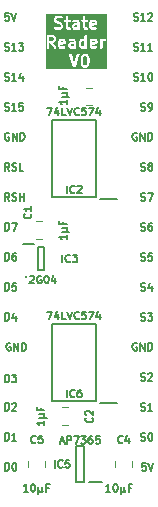
<source format=gto>
%TF.GenerationSoftware,KiCad,Pcbnew,9.0.2*%
%TF.CreationDate,2025-06-27T19:20:36+02:00*%
%TF.ProjectId,State Reader,53746174-6520-4526-9561-6465722e6b69,V0*%
%TF.SameCoordinates,Original*%
%TF.FileFunction,Legend,Top*%
%TF.FilePolarity,Positive*%
%FSLAX46Y46*%
G04 Gerber Fmt 4.6, Leading zero omitted, Abs format (unit mm)*
G04 Created by KiCad (PCBNEW 9.0.2) date 2025-06-27 19:20:36*
%MOMM*%
%LPD*%
G01*
G04 APERTURE LIST*
%ADD10C,0.150000*%
%ADD11C,0.200000*%
%ADD12C,0.120000*%
G04 APERTURE END LIST*
D10*
X12909744Y-33275725D02*
X13000458Y-33305963D01*
X13000458Y-33305963D02*
X13151649Y-33305963D01*
X13151649Y-33305963D02*
X13212125Y-33275725D01*
X13212125Y-33275725D02*
X13242363Y-33245486D01*
X13242363Y-33245486D02*
X13272601Y-33185010D01*
X13272601Y-33185010D02*
X13272601Y-33124534D01*
X13272601Y-33124534D02*
X13242363Y-33064058D01*
X13242363Y-33064058D02*
X13212125Y-33033820D01*
X13212125Y-33033820D02*
X13151649Y-33003582D01*
X13151649Y-33003582D02*
X13030696Y-32973344D01*
X13030696Y-32973344D02*
X12970220Y-32943105D01*
X12970220Y-32943105D02*
X12939982Y-32912867D01*
X12939982Y-32912867D02*
X12909744Y-32852391D01*
X12909744Y-32852391D02*
X12909744Y-32791915D01*
X12909744Y-32791915D02*
X12939982Y-32731439D01*
X12939982Y-32731439D02*
X12970220Y-32701201D01*
X12970220Y-32701201D02*
X13030696Y-32670963D01*
X13030696Y-32670963D02*
X13181887Y-32670963D01*
X13181887Y-32670963D02*
X13272601Y-32701201D01*
X13877363Y-33305963D02*
X13514506Y-33305963D01*
X13695934Y-33305963D02*
X13695934Y-32670963D01*
X13695934Y-32670963D02*
X13635458Y-32761677D01*
X13635458Y-32761677D02*
X13574982Y-32822153D01*
X13574982Y-32822153D02*
X13514506Y-32852391D01*
X12909744Y-20575725D02*
X13000458Y-20605963D01*
X13000458Y-20605963D02*
X13151649Y-20605963D01*
X13151649Y-20605963D02*
X13212125Y-20575725D01*
X13212125Y-20575725D02*
X13242363Y-20545486D01*
X13242363Y-20545486D02*
X13272601Y-20485010D01*
X13272601Y-20485010D02*
X13272601Y-20424534D01*
X13272601Y-20424534D02*
X13242363Y-20364058D01*
X13242363Y-20364058D02*
X13212125Y-20333820D01*
X13212125Y-20333820D02*
X13151649Y-20303582D01*
X13151649Y-20303582D02*
X13030696Y-20273344D01*
X13030696Y-20273344D02*
X12970220Y-20243105D01*
X12970220Y-20243105D02*
X12939982Y-20212867D01*
X12939982Y-20212867D02*
X12909744Y-20152391D01*
X12909744Y-20152391D02*
X12909744Y-20091915D01*
X12909744Y-20091915D02*
X12939982Y-20031439D01*
X12939982Y-20031439D02*
X12970220Y-20001201D01*
X12970220Y-20001201D02*
X13030696Y-19970963D01*
X13030696Y-19970963D02*
X13181887Y-19970963D01*
X13181887Y-19970963D02*
X13272601Y-20001201D01*
X13847125Y-19970963D02*
X13544744Y-19970963D01*
X13544744Y-19970963D02*
X13514506Y-20273344D01*
X13514506Y-20273344D02*
X13544744Y-20243105D01*
X13544744Y-20243105D02*
X13605220Y-20212867D01*
X13605220Y-20212867D02*
X13756411Y-20212867D01*
X13756411Y-20212867D02*
X13816887Y-20243105D01*
X13816887Y-20243105D02*
X13847125Y-20273344D01*
X13847125Y-20273344D02*
X13877363Y-20333820D01*
X13877363Y-20333820D02*
X13877363Y-20485010D01*
X13877363Y-20485010D02*
X13847125Y-20545486D01*
X13847125Y-20545486D02*
X13816887Y-20575725D01*
X13816887Y-20575725D02*
X13756411Y-20605963D01*
X13756411Y-20605963D02*
X13605220Y-20605963D01*
X13605220Y-20605963D02*
X13544744Y-20575725D01*
X13544744Y-20575725D02*
X13514506Y-20545486D01*
X12909744Y-25655725D02*
X13000458Y-25685963D01*
X13000458Y-25685963D02*
X13151649Y-25685963D01*
X13151649Y-25685963D02*
X13212125Y-25655725D01*
X13212125Y-25655725D02*
X13242363Y-25625486D01*
X13242363Y-25625486D02*
X13272601Y-25565010D01*
X13272601Y-25565010D02*
X13272601Y-25504534D01*
X13272601Y-25504534D02*
X13242363Y-25444058D01*
X13242363Y-25444058D02*
X13212125Y-25413820D01*
X13212125Y-25413820D02*
X13151649Y-25383582D01*
X13151649Y-25383582D02*
X13030696Y-25353344D01*
X13030696Y-25353344D02*
X12970220Y-25323105D01*
X12970220Y-25323105D02*
X12939982Y-25292867D01*
X12939982Y-25292867D02*
X12909744Y-25232391D01*
X12909744Y-25232391D02*
X12909744Y-25171915D01*
X12909744Y-25171915D02*
X12939982Y-25111439D01*
X12939982Y-25111439D02*
X12970220Y-25081201D01*
X12970220Y-25081201D02*
X13030696Y-25050963D01*
X13030696Y-25050963D02*
X13181887Y-25050963D01*
X13181887Y-25050963D02*
X13272601Y-25081201D01*
X13484268Y-25050963D02*
X13877363Y-25050963D01*
X13877363Y-25050963D02*
X13665696Y-25292867D01*
X13665696Y-25292867D02*
X13756411Y-25292867D01*
X13756411Y-25292867D02*
X13816887Y-25323105D01*
X13816887Y-25323105D02*
X13847125Y-25353344D01*
X13847125Y-25353344D02*
X13877363Y-25413820D01*
X13877363Y-25413820D02*
X13877363Y-25565010D01*
X13877363Y-25565010D02*
X13847125Y-25625486D01*
X13847125Y-25625486D02*
X13816887Y-25655725D01*
X13816887Y-25655725D02*
X13756411Y-25685963D01*
X13756411Y-25685963D02*
X13574982Y-25685963D01*
X13574982Y-25685963D02*
X13514506Y-25655725D01*
X13514506Y-25655725D02*
X13484268Y-25625486D01*
X1725493Y-9841201D02*
X1665017Y-9810963D01*
X1665017Y-9810963D02*
X1574303Y-9810963D01*
X1574303Y-9810963D02*
X1483588Y-9841201D01*
X1483588Y-9841201D02*
X1423112Y-9901677D01*
X1423112Y-9901677D02*
X1392874Y-9962153D01*
X1392874Y-9962153D02*
X1362636Y-10083105D01*
X1362636Y-10083105D02*
X1362636Y-10173820D01*
X1362636Y-10173820D02*
X1392874Y-10294772D01*
X1392874Y-10294772D02*
X1423112Y-10355248D01*
X1423112Y-10355248D02*
X1483588Y-10415725D01*
X1483588Y-10415725D02*
X1574303Y-10445963D01*
X1574303Y-10445963D02*
X1634779Y-10445963D01*
X1634779Y-10445963D02*
X1725493Y-10415725D01*
X1725493Y-10415725D02*
X1755731Y-10385486D01*
X1755731Y-10385486D02*
X1755731Y-10173820D01*
X1755731Y-10173820D02*
X1634779Y-10173820D01*
X2027874Y-10445963D02*
X2027874Y-9810963D01*
X2027874Y-9810963D02*
X2390731Y-10445963D01*
X2390731Y-10445963D02*
X2390731Y-9810963D01*
X2693112Y-10445963D02*
X2693112Y-9810963D01*
X2693112Y-9810963D02*
X2844302Y-9810963D01*
X2844302Y-9810963D02*
X2935017Y-9841201D01*
X2935017Y-9841201D02*
X2995493Y-9901677D01*
X2995493Y-9901677D02*
X3025731Y-9962153D01*
X3025731Y-9962153D02*
X3055969Y-10083105D01*
X3055969Y-10083105D02*
X3055969Y-10173820D01*
X3055969Y-10173820D02*
X3025731Y-10294772D01*
X3025731Y-10294772D02*
X2995493Y-10355248D01*
X2995493Y-10355248D02*
X2935017Y-10415725D01*
X2935017Y-10415725D02*
X2844302Y-10445963D01*
X2844302Y-10445963D02*
X2693112Y-10445963D01*
X12909744Y-15495725D02*
X13000458Y-15525963D01*
X13000458Y-15525963D02*
X13151649Y-15525963D01*
X13151649Y-15525963D02*
X13212125Y-15495725D01*
X13212125Y-15495725D02*
X13242363Y-15465486D01*
X13242363Y-15465486D02*
X13272601Y-15405010D01*
X13272601Y-15405010D02*
X13272601Y-15344534D01*
X13272601Y-15344534D02*
X13242363Y-15284058D01*
X13242363Y-15284058D02*
X13212125Y-15253820D01*
X13212125Y-15253820D02*
X13151649Y-15223582D01*
X13151649Y-15223582D02*
X13030696Y-15193344D01*
X13030696Y-15193344D02*
X12970220Y-15163105D01*
X12970220Y-15163105D02*
X12939982Y-15132867D01*
X12939982Y-15132867D02*
X12909744Y-15072391D01*
X12909744Y-15072391D02*
X12909744Y-15011915D01*
X12909744Y-15011915D02*
X12939982Y-14951439D01*
X12939982Y-14951439D02*
X12970220Y-14921201D01*
X12970220Y-14921201D02*
X13030696Y-14890963D01*
X13030696Y-14890963D02*
X13181887Y-14890963D01*
X13181887Y-14890963D02*
X13272601Y-14921201D01*
X13484268Y-14890963D02*
X13907601Y-14890963D01*
X13907601Y-14890963D02*
X13635458Y-15525963D01*
X1755731Y-12985963D02*
X1544064Y-12683582D01*
X1392874Y-12985963D02*
X1392874Y-12350963D01*
X1392874Y-12350963D02*
X1634779Y-12350963D01*
X1634779Y-12350963D02*
X1695255Y-12381201D01*
X1695255Y-12381201D02*
X1725493Y-12411439D01*
X1725493Y-12411439D02*
X1755731Y-12471915D01*
X1755731Y-12471915D02*
X1755731Y-12562629D01*
X1755731Y-12562629D02*
X1725493Y-12623105D01*
X1725493Y-12623105D02*
X1695255Y-12653344D01*
X1695255Y-12653344D02*
X1634779Y-12683582D01*
X1634779Y-12683582D02*
X1392874Y-12683582D01*
X1997636Y-12955725D02*
X2088350Y-12985963D01*
X2088350Y-12985963D02*
X2239541Y-12985963D01*
X2239541Y-12985963D02*
X2300017Y-12955725D01*
X2300017Y-12955725D02*
X2330255Y-12925486D01*
X2330255Y-12925486D02*
X2360493Y-12865010D01*
X2360493Y-12865010D02*
X2360493Y-12804534D01*
X2360493Y-12804534D02*
X2330255Y-12744058D01*
X2330255Y-12744058D02*
X2300017Y-12713820D01*
X2300017Y-12713820D02*
X2239541Y-12683582D01*
X2239541Y-12683582D02*
X2118588Y-12653344D01*
X2118588Y-12653344D02*
X2058112Y-12623105D01*
X2058112Y-12623105D02*
X2027874Y-12592867D01*
X2027874Y-12592867D02*
X1997636Y-12532391D01*
X1997636Y-12532391D02*
X1997636Y-12471915D01*
X1997636Y-12471915D02*
X2027874Y-12411439D01*
X2027874Y-12411439D02*
X2058112Y-12381201D01*
X2058112Y-12381201D02*
X2118588Y-12350963D01*
X2118588Y-12350963D02*
X2269779Y-12350963D01*
X2269779Y-12350963D02*
X2360493Y-12381201D01*
X2935017Y-12985963D02*
X2632636Y-12985963D01*
X2632636Y-12985963D02*
X2632636Y-12350963D01*
X1392874Y-18065963D02*
X1392874Y-17430963D01*
X1392874Y-17430963D02*
X1544064Y-17430963D01*
X1544064Y-17430963D02*
X1634779Y-17461201D01*
X1634779Y-17461201D02*
X1695255Y-17521677D01*
X1695255Y-17521677D02*
X1725493Y-17582153D01*
X1725493Y-17582153D02*
X1755731Y-17703105D01*
X1755731Y-17703105D02*
X1755731Y-17793820D01*
X1755731Y-17793820D02*
X1725493Y-17914772D01*
X1725493Y-17914772D02*
X1695255Y-17975248D01*
X1695255Y-17975248D02*
X1634779Y-18035725D01*
X1634779Y-18035725D02*
X1544064Y-18065963D01*
X1544064Y-18065963D02*
X1392874Y-18065963D01*
X1967398Y-17430963D02*
X2390731Y-17430963D01*
X2390731Y-17430963D02*
X2118588Y-18065963D01*
X1392874Y-25685963D02*
X1392874Y-25050963D01*
X1392874Y-25050963D02*
X1544064Y-25050963D01*
X1544064Y-25050963D02*
X1634779Y-25081201D01*
X1634779Y-25081201D02*
X1695255Y-25141677D01*
X1695255Y-25141677D02*
X1725493Y-25202153D01*
X1725493Y-25202153D02*
X1755731Y-25323105D01*
X1755731Y-25323105D02*
X1755731Y-25413820D01*
X1755731Y-25413820D02*
X1725493Y-25534772D01*
X1725493Y-25534772D02*
X1695255Y-25595248D01*
X1695255Y-25595248D02*
X1634779Y-25655725D01*
X1634779Y-25655725D02*
X1544064Y-25685963D01*
X1544064Y-25685963D02*
X1392874Y-25685963D01*
X2300017Y-25262629D02*
X2300017Y-25685963D01*
X2148826Y-25020725D02*
X1997636Y-25474296D01*
X1997636Y-25474296D02*
X2390731Y-25474296D01*
X12304982Y-2795725D02*
X12395696Y-2825963D01*
X12395696Y-2825963D02*
X12546887Y-2825963D01*
X12546887Y-2825963D02*
X12607363Y-2795725D01*
X12607363Y-2795725D02*
X12637601Y-2765486D01*
X12637601Y-2765486D02*
X12667839Y-2705010D01*
X12667839Y-2705010D02*
X12667839Y-2644534D01*
X12667839Y-2644534D02*
X12637601Y-2584058D01*
X12637601Y-2584058D02*
X12607363Y-2553820D01*
X12607363Y-2553820D02*
X12546887Y-2523582D01*
X12546887Y-2523582D02*
X12425934Y-2493344D01*
X12425934Y-2493344D02*
X12365458Y-2463105D01*
X12365458Y-2463105D02*
X12335220Y-2432867D01*
X12335220Y-2432867D02*
X12304982Y-2372391D01*
X12304982Y-2372391D02*
X12304982Y-2311915D01*
X12304982Y-2311915D02*
X12335220Y-2251439D01*
X12335220Y-2251439D02*
X12365458Y-2221201D01*
X12365458Y-2221201D02*
X12425934Y-2190963D01*
X12425934Y-2190963D02*
X12577125Y-2190963D01*
X12577125Y-2190963D02*
X12667839Y-2221201D01*
X13272601Y-2825963D02*
X12909744Y-2825963D01*
X13091172Y-2825963D02*
X13091172Y-2190963D01*
X13091172Y-2190963D02*
X13030696Y-2281677D01*
X13030696Y-2281677D02*
X12970220Y-2342153D01*
X12970220Y-2342153D02*
X12909744Y-2372391D01*
X13877363Y-2825963D02*
X13514506Y-2825963D01*
X13695934Y-2825963D02*
X13695934Y-2190963D01*
X13695934Y-2190963D02*
X13635458Y-2281677D01*
X13635458Y-2281677D02*
X13574982Y-2342153D01*
X13574982Y-2342153D02*
X13514506Y-2372391D01*
X1362636Y-5335725D02*
X1453350Y-5365963D01*
X1453350Y-5365963D02*
X1604541Y-5365963D01*
X1604541Y-5365963D02*
X1665017Y-5335725D01*
X1665017Y-5335725D02*
X1695255Y-5305486D01*
X1695255Y-5305486D02*
X1725493Y-5245010D01*
X1725493Y-5245010D02*
X1725493Y-5184534D01*
X1725493Y-5184534D02*
X1695255Y-5124058D01*
X1695255Y-5124058D02*
X1665017Y-5093820D01*
X1665017Y-5093820D02*
X1604541Y-5063582D01*
X1604541Y-5063582D02*
X1483588Y-5033344D01*
X1483588Y-5033344D02*
X1423112Y-5003105D01*
X1423112Y-5003105D02*
X1392874Y-4972867D01*
X1392874Y-4972867D02*
X1362636Y-4912391D01*
X1362636Y-4912391D02*
X1362636Y-4851915D01*
X1362636Y-4851915D02*
X1392874Y-4791439D01*
X1392874Y-4791439D02*
X1423112Y-4761201D01*
X1423112Y-4761201D02*
X1483588Y-4730963D01*
X1483588Y-4730963D02*
X1634779Y-4730963D01*
X1634779Y-4730963D02*
X1725493Y-4761201D01*
X2330255Y-5365963D02*
X1967398Y-5365963D01*
X2148826Y-5365963D02*
X2148826Y-4730963D01*
X2148826Y-4730963D02*
X2088350Y-4821677D01*
X2088350Y-4821677D02*
X2027874Y-4882153D01*
X2027874Y-4882153D02*
X1967398Y-4912391D01*
X2874541Y-4942629D02*
X2874541Y-5365963D01*
X2723350Y-4700725D02*
X2572160Y-5154296D01*
X2572160Y-5154296D02*
X2965255Y-5154296D01*
X1392874Y-33305963D02*
X1392874Y-32670963D01*
X1392874Y-32670963D02*
X1544064Y-32670963D01*
X1544064Y-32670963D02*
X1634779Y-32701201D01*
X1634779Y-32701201D02*
X1695255Y-32761677D01*
X1695255Y-32761677D02*
X1725493Y-32822153D01*
X1725493Y-32822153D02*
X1755731Y-32943105D01*
X1755731Y-32943105D02*
X1755731Y-33033820D01*
X1755731Y-33033820D02*
X1725493Y-33154772D01*
X1725493Y-33154772D02*
X1695255Y-33215248D01*
X1695255Y-33215248D02*
X1634779Y-33275725D01*
X1634779Y-33275725D02*
X1544064Y-33305963D01*
X1544064Y-33305963D02*
X1392874Y-33305963D01*
X1997636Y-32731439D02*
X2027874Y-32701201D01*
X2027874Y-32701201D02*
X2088350Y-32670963D01*
X2088350Y-32670963D02*
X2239541Y-32670963D01*
X2239541Y-32670963D02*
X2300017Y-32701201D01*
X2300017Y-32701201D02*
X2330255Y-32731439D01*
X2330255Y-32731439D02*
X2360493Y-32791915D01*
X2360493Y-32791915D02*
X2360493Y-32852391D01*
X2360493Y-32852391D02*
X2330255Y-32943105D01*
X2330255Y-32943105D02*
X1967398Y-33305963D01*
X1967398Y-33305963D02*
X2360493Y-33305963D01*
X12909744Y-30735725D02*
X13000458Y-30765963D01*
X13000458Y-30765963D02*
X13151649Y-30765963D01*
X13151649Y-30765963D02*
X13212125Y-30735725D01*
X13212125Y-30735725D02*
X13242363Y-30705486D01*
X13242363Y-30705486D02*
X13272601Y-30645010D01*
X13272601Y-30645010D02*
X13272601Y-30584534D01*
X13272601Y-30584534D02*
X13242363Y-30524058D01*
X13242363Y-30524058D02*
X13212125Y-30493820D01*
X13212125Y-30493820D02*
X13151649Y-30463582D01*
X13151649Y-30463582D02*
X13030696Y-30433344D01*
X13030696Y-30433344D02*
X12970220Y-30403105D01*
X12970220Y-30403105D02*
X12939982Y-30372867D01*
X12939982Y-30372867D02*
X12909744Y-30312391D01*
X12909744Y-30312391D02*
X12909744Y-30251915D01*
X12909744Y-30251915D02*
X12939982Y-30191439D01*
X12939982Y-30191439D02*
X12970220Y-30161201D01*
X12970220Y-30161201D02*
X13030696Y-30130963D01*
X13030696Y-30130963D02*
X13181887Y-30130963D01*
X13181887Y-30130963D02*
X13272601Y-30161201D01*
X13514506Y-30191439D02*
X13544744Y-30161201D01*
X13544744Y-30161201D02*
X13605220Y-30130963D01*
X13605220Y-30130963D02*
X13756411Y-30130963D01*
X13756411Y-30130963D02*
X13816887Y-30161201D01*
X13816887Y-30161201D02*
X13847125Y-30191439D01*
X13847125Y-30191439D02*
X13877363Y-30251915D01*
X13877363Y-30251915D02*
X13877363Y-30312391D01*
X13877363Y-30312391D02*
X13847125Y-30403105D01*
X13847125Y-30403105D02*
X13484268Y-30765963D01*
X13484268Y-30765963D02*
X13877363Y-30765963D01*
D11*
G36*
X8259192Y-3315024D02*
G01*
X8283861Y-3339692D01*
X8319314Y-3410599D01*
X8361285Y-3578480D01*
X8361285Y-3791956D01*
X8319314Y-3959837D01*
X8283861Y-4030743D01*
X8259192Y-4055413D01*
X8199583Y-4085219D01*
X8151559Y-4085219D01*
X8091949Y-4055414D01*
X8067282Y-4030746D01*
X8031827Y-3959837D01*
X7989857Y-3791956D01*
X7989857Y-3578481D01*
X8031827Y-3410599D01*
X8067281Y-3339692D01*
X8091949Y-3315023D01*
X8151559Y-3285219D01*
X8199583Y-3285219D01*
X8259192Y-3315024D01*
G37*
G36*
X6339130Y-2030763D02*
G01*
X6356580Y-2065663D01*
X6085095Y-2119960D01*
X6085095Y-2075072D01*
X6107250Y-2030762D01*
X6151559Y-2008608D01*
X6294821Y-2008608D01*
X6339130Y-2030763D01*
G37*
G36*
X7218428Y-2465852D02*
G01*
X7199583Y-2475275D01*
X7008702Y-2475275D01*
X6964392Y-2453120D01*
X6942238Y-2408810D01*
X6942238Y-2360786D01*
X6964393Y-2316476D01*
X7008702Y-2294322D01*
X7218428Y-2294322D01*
X7218428Y-2465852D01*
G37*
G36*
X8123190Y-2018030D02*
G01*
X8123190Y-2465852D01*
X8104345Y-2475275D01*
X7961083Y-2475275D01*
X7901473Y-2445470D01*
X7876806Y-2420802D01*
X7847000Y-2361190D01*
X7847000Y-2122691D01*
X7876805Y-2063081D01*
X7901473Y-2038412D01*
X7961083Y-2008608D01*
X8104345Y-2008608D01*
X8123190Y-2018030D01*
G37*
G36*
X9005797Y-2030763D02*
G01*
X9023247Y-2065663D01*
X8751762Y-2119960D01*
X8751762Y-2075072D01*
X8773917Y-2030762D01*
X8818226Y-2008608D01*
X8961488Y-2008608D01*
X9005797Y-2030763D01*
G37*
G36*
X5449668Y-1705080D02*
G01*
X5474337Y-1729748D01*
X5504142Y-1789358D01*
X5504142Y-1885001D01*
X5474337Y-1944610D01*
X5449668Y-1969278D01*
X5390059Y-1999084D01*
X5132714Y-1999084D01*
X5132714Y-1675275D01*
X5390059Y-1675275D01*
X5449668Y-1705080D01*
G37*
G36*
X7527952Y-855908D02*
G01*
X7509107Y-865331D01*
X7318226Y-865331D01*
X7273916Y-843176D01*
X7251762Y-798866D01*
X7251762Y-750842D01*
X7273917Y-706532D01*
X7318226Y-684378D01*
X7527952Y-684378D01*
X7527952Y-855908D01*
G37*
G36*
X8981988Y-420819D02*
G01*
X8999438Y-455719D01*
X8727953Y-510016D01*
X8727953Y-465128D01*
X8750108Y-420818D01*
X8794417Y-398664D01*
X8937679Y-398664D01*
X8981988Y-420819D01*
G37*
G36*
X10051428Y-4396330D02*
G01*
X4821603Y-4396330D01*
X4821603Y-3197726D01*
X6838261Y-3197726D01*
X6842608Y-3216842D01*
X7175941Y-4216841D01*
X7183932Y-4234742D01*
X7188615Y-4240141D01*
X7191810Y-4246531D01*
X7201281Y-4254746D01*
X7209497Y-4264218D01*
X7215885Y-4267412D01*
X7221286Y-4272096D01*
X7233187Y-4276063D01*
X7244396Y-4281667D01*
X7251520Y-4282173D01*
X7258302Y-4284434D01*
X7270811Y-4283544D01*
X7283316Y-4284434D01*
X7290094Y-4282174D01*
X7297222Y-4281668D01*
X7308438Y-4276059D01*
X7320332Y-4272095D01*
X7325729Y-4267414D01*
X7332121Y-4264218D01*
X7340339Y-4254742D01*
X7349808Y-4246530D01*
X7353001Y-4240143D01*
X7357686Y-4234742D01*
X7365677Y-4216842D01*
X7582567Y-3566171D01*
X7789857Y-3566171D01*
X7789857Y-3804266D01*
X7790192Y-3807668D01*
X7789975Y-3809127D01*
X7791054Y-3816424D01*
X7791778Y-3823775D01*
X7792342Y-3825138D01*
X7792843Y-3828520D01*
X7840462Y-4018995D01*
X7840975Y-4020432D01*
X7841027Y-4021155D01*
X7844135Y-4029279D01*
X7847057Y-4037456D01*
X7847487Y-4038036D01*
X7848033Y-4039463D01*
X7895652Y-4134701D01*
X7900935Y-4143093D01*
X7901947Y-4145537D01*
X7904203Y-4148286D01*
X7906095Y-4151291D01*
X7908089Y-4153020D01*
X7914384Y-4160690D01*
X7962002Y-4208310D01*
X7969670Y-4214603D01*
X7971402Y-4216600D01*
X7974410Y-4218493D01*
X7977156Y-4220747D01*
X7979596Y-4221757D01*
X7987993Y-4227043D01*
X8083230Y-4274662D01*
X8101539Y-4281668D01*
X8105122Y-4281922D01*
X8108443Y-4283298D01*
X8127952Y-4285219D01*
X8223190Y-4285219D01*
X8242699Y-4283298D01*
X8246019Y-4281922D01*
X8249603Y-4281668D01*
X8267911Y-4274662D01*
X8363149Y-4227043D01*
X8371544Y-4221758D01*
X8373986Y-4220747D01*
X8376733Y-4218491D01*
X8379739Y-4216600D01*
X8381469Y-4214605D01*
X8389139Y-4208310D01*
X8436758Y-4160690D01*
X8443050Y-4153023D01*
X8445047Y-4151292D01*
X8446940Y-4148284D01*
X8449195Y-4145537D01*
X8450206Y-4143095D01*
X8455490Y-4134701D01*
X8503109Y-4039464D01*
X8503655Y-4038035D01*
X8504085Y-4037456D01*
X8507006Y-4029279D01*
X8510115Y-4021155D01*
X8510166Y-4020434D01*
X8510680Y-4018996D01*
X8558299Y-3828520D01*
X8558799Y-3825138D01*
X8559364Y-3823775D01*
X8560087Y-3816424D01*
X8561167Y-3809127D01*
X8560949Y-3807668D01*
X8561285Y-3804266D01*
X8561285Y-3566171D01*
X8560949Y-3562768D01*
X8561167Y-3561310D01*
X8560087Y-3554012D01*
X8559364Y-3546662D01*
X8558799Y-3545298D01*
X8558299Y-3541917D01*
X8510680Y-3351441D01*
X8510166Y-3350002D01*
X8510115Y-3349282D01*
X8507006Y-3341157D01*
X8504085Y-3332981D01*
X8503655Y-3332401D01*
X8503109Y-3330973D01*
X8455490Y-3235736D01*
X8450204Y-3227339D01*
X8449194Y-3224899D01*
X8446940Y-3222153D01*
X8445047Y-3219145D01*
X8443049Y-3217412D01*
X8436757Y-3209746D01*
X8389139Y-3162127D01*
X8381468Y-3155832D01*
X8379739Y-3153838D01*
X8376731Y-3151944D01*
X8373985Y-3149691D01*
X8371545Y-3148680D01*
X8363149Y-3143395D01*
X8267911Y-3095776D01*
X8249603Y-3088770D01*
X8246019Y-3088515D01*
X8242699Y-3087140D01*
X8223190Y-3085219D01*
X8127952Y-3085219D01*
X8108443Y-3087140D01*
X8105122Y-3088515D01*
X8101539Y-3088770D01*
X8083230Y-3095776D01*
X7987993Y-3143395D01*
X7979596Y-3148680D01*
X7977156Y-3149691D01*
X7974410Y-3151944D01*
X7971402Y-3153838D01*
X7969669Y-3155835D01*
X7962003Y-3162128D01*
X7914384Y-3209746D01*
X7908089Y-3217416D01*
X7906095Y-3219146D01*
X7904201Y-3222153D01*
X7901948Y-3224900D01*
X7900937Y-3227339D01*
X7895652Y-3235736D01*
X7848033Y-3330974D01*
X7847487Y-3332400D01*
X7847057Y-3332981D01*
X7844135Y-3341157D01*
X7841027Y-3349282D01*
X7840975Y-3350004D01*
X7840462Y-3351442D01*
X7792843Y-3541917D01*
X7792342Y-3545298D01*
X7791778Y-3546662D01*
X7791054Y-3554012D01*
X7789975Y-3561310D01*
X7790192Y-3562768D01*
X7789857Y-3566171D01*
X7582567Y-3566171D01*
X7699010Y-3216842D01*
X7703357Y-3197727D01*
X7700591Y-3158807D01*
X7683141Y-3123908D01*
X7653665Y-3098343D01*
X7616649Y-3086004D01*
X7577729Y-3088771D01*
X7542830Y-3106220D01*
X7517265Y-3135696D01*
X7509274Y-3153597D01*
X7270809Y-3868991D01*
X7032344Y-3153596D01*
X7024353Y-3135696D01*
X6998788Y-3106220D01*
X6963889Y-3088770D01*
X6924969Y-3086004D01*
X6887953Y-3098342D01*
X6858477Y-3123907D01*
X6841027Y-3158806D01*
X6838261Y-3197726D01*
X4821603Y-3197726D01*
X4821603Y-1575275D01*
X4932714Y-1575275D01*
X4932714Y-2575275D01*
X4934635Y-2594784D01*
X4949567Y-2630832D01*
X4977157Y-2658422D01*
X5013205Y-2673354D01*
X5052223Y-2673354D01*
X5088271Y-2658422D01*
X5115861Y-2630832D01*
X5130793Y-2594784D01*
X5132714Y-2575275D01*
X5132714Y-2199084D01*
X5218744Y-2199084D01*
X5522219Y-2632621D01*
X5534980Y-2647502D01*
X5567885Y-2668471D01*
X5606310Y-2675252D01*
X5644404Y-2666812D01*
X5676369Y-2644437D01*
X5697338Y-2611532D01*
X5704119Y-2573108D01*
X5695679Y-2535013D01*
X5686065Y-2517929D01*
X5456097Y-2189403D01*
X5458387Y-2188527D01*
X5553625Y-2140908D01*
X5562021Y-2135622D01*
X5564461Y-2134612D01*
X5567207Y-2132358D01*
X5570215Y-2130465D01*
X5571944Y-2128470D01*
X5579615Y-2122176D01*
X5627233Y-2074557D01*
X5633525Y-2066890D01*
X5635523Y-2065158D01*
X5637416Y-2062149D01*
X5639670Y-2059404D01*
X5640680Y-2056963D01*
X5644141Y-2051465D01*
X5885095Y-2051465D01*
X5885095Y-2432417D01*
X5887016Y-2451926D01*
X5888391Y-2455246D01*
X5888646Y-2458829D01*
X5895652Y-2477138D01*
X5943271Y-2572377D01*
X5945324Y-2575640D01*
X5945838Y-2577179D01*
X5947500Y-2579095D01*
X5953714Y-2588967D01*
X5963185Y-2597181D01*
X5971402Y-2606656D01*
X5981272Y-2612868D01*
X5983190Y-2614532D01*
X5984730Y-2615045D01*
X5987993Y-2617099D01*
X6083230Y-2664718D01*
X6101539Y-2671724D01*
X6105122Y-2671978D01*
X6108443Y-2673354D01*
X6127952Y-2675275D01*
X6318428Y-2675275D01*
X6337937Y-2673354D01*
X6341257Y-2671978D01*
X6344841Y-2671724D01*
X6363149Y-2664718D01*
X6458387Y-2617099D01*
X6474977Y-2606656D01*
X6500542Y-2577179D01*
X6512880Y-2540163D01*
X6510115Y-2501243D01*
X6492666Y-2466345D01*
X6463189Y-2440780D01*
X6426173Y-2428441D01*
X6387253Y-2431207D01*
X6368944Y-2438213D01*
X6294821Y-2475275D01*
X6151559Y-2475275D01*
X6107249Y-2453120D01*
X6085095Y-2408810D01*
X6085095Y-2337179D01*
X6742238Y-2337179D01*
X6742238Y-2432417D01*
X6744159Y-2451926D01*
X6745534Y-2455246D01*
X6745789Y-2458829D01*
X6752795Y-2477138D01*
X6800414Y-2572377D01*
X6802467Y-2575640D01*
X6802981Y-2577179D01*
X6804643Y-2579095D01*
X6810857Y-2588967D01*
X6820328Y-2597181D01*
X6828545Y-2606656D01*
X6838415Y-2612868D01*
X6840333Y-2614532D01*
X6841873Y-2615045D01*
X6845136Y-2617099D01*
X6940373Y-2664718D01*
X6958682Y-2671724D01*
X6962265Y-2671978D01*
X6965586Y-2673354D01*
X6985095Y-2675275D01*
X7223190Y-2675275D01*
X7242699Y-2673354D01*
X7246019Y-2671978D01*
X7249603Y-2671724D01*
X7267911Y-2664718D01*
X7272514Y-2662416D01*
X7298919Y-2673354D01*
X7337937Y-2673354D01*
X7373985Y-2658422D01*
X7401575Y-2630832D01*
X7416507Y-2594784D01*
X7418428Y-2575275D01*
X7418428Y-2099084D01*
X7647000Y-2099084D01*
X7647000Y-2384798D01*
X7648921Y-2404307D01*
X7650296Y-2407627D01*
X7650551Y-2411211D01*
X7657557Y-2429519D01*
X7705176Y-2524757D01*
X7710459Y-2533149D01*
X7711471Y-2535593D01*
X7713727Y-2538342D01*
X7715619Y-2541347D01*
X7717613Y-2543076D01*
X7723908Y-2550746D01*
X7771526Y-2598366D01*
X7779194Y-2604659D01*
X7780926Y-2606656D01*
X7783934Y-2608549D01*
X7786680Y-2610803D01*
X7789120Y-2611813D01*
X7797517Y-2617099D01*
X7892754Y-2664718D01*
X7911063Y-2671724D01*
X7914646Y-2671978D01*
X7917967Y-2673354D01*
X7937476Y-2675275D01*
X8127952Y-2675275D01*
X8147461Y-2673354D01*
X8150781Y-2671978D01*
X8154365Y-2671724D01*
X8172673Y-2664718D01*
X8177276Y-2662416D01*
X8203681Y-2673354D01*
X8242699Y-2673354D01*
X8278747Y-2658422D01*
X8306337Y-2630832D01*
X8321269Y-2594784D01*
X8323190Y-2575275D01*
X8323190Y-2051465D01*
X8551762Y-2051465D01*
X8551762Y-2432417D01*
X8553683Y-2451926D01*
X8555058Y-2455246D01*
X8555313Y-2458829D01*
X8562319Y-2477138D01*
X8609938Y-2572377D01*
X8611991Y-2575640D01*
X8612505Y-2577179D01*
X8614167Y-2579095D01*
X8620381Y-2588967D01*
X8629852Y-2597181D01*
X8638069Y-2606656D01*
X8647939Y-2612868D01*
X8649857Y-2614532D01*
X8651397Y-2615045D01*
X8654660Y-2617099D01*
X8749897Y-2664718D01*
X8768206Y-2671724D01*
X8771789Y-2671978D01*
X8775110Y-2673354D01*
X8794619Y-2675275D01*
X8985095Y-2675275D01*
X9004604Y-2673354D01*
X9007924Y-2671978D01*
X9011508Y-2671724D01*
X9029816Y-2664718D01*
X9125054Y-2617099D01*
X9141644Y-2606656D01*
X9167209Y-2577179D01*
X9179547Y-2540163D01*
X9176782Y-2501243D01*
X9159333Y-2466345D01*
X9129856Y-2440780D01*
X9092840Y-2428441D01*
X9053920Y-2431207D01*
X9035611Y-2438213D01*
X8961488Y-2475275D01*
X8818226Y-2475275D01*
X8773916Y-2453120D01*
X8751762Y-2408810D01*
X8751762Y-2323921D01*
X9147458Y-2244782D01*
X9147461Y-2244782D01*
X9147463Y-2244780D01*
X9147563Y-2244761D01*
X9166317Y-2239051D01*
X9174457Y-2233599D01*
X9183509Y-2229850D01*
X9190510Y-2222848D01*
X9198736Y-2217340D01*
X9204170Y-2209188D01*
X9211099Y-2202260D01*
X9214888Y-2193112D01*
X9220380Y-2184875D01*
X9222281Y-2175264D01*
X9226031Y-2166212D01*
X9227952Y-2146703D01*
X9227952Y-2051465D01*
X9226031Y-2031956D01*
X9224655Y-2028635D01*
X9224401Y-2025052D01*
X9217395Y-2006743D01*
X9169776Y-1911506D01*
X9167951Y-1908608D01*
X9456524Y-1908608D01*
X9456524Y-2575275D01*
X9458445Y-2594784D01*
X9473377Y-2630832D01*
X9500967Y-2658422D01*
X9537015Y-2673354D01*
X9576033Y-2673354D01*
X9612081Y-2658422D01*
X9639671Y-2630832D01*
X9654603Y-2594784D01*
X9656524Y-2575275D01*
X9656524Y-2122691D01*
X9686329Y-2063081D01*
X9710997Y-2038412D01*
X9770607Y-2008608D01*
X9842238Y-2008608D01*
X9861747Y-2006687D01*
X9897795Y-1991755D01*
X9925385Y-1964165D01*
X9940317Y-1928117D01*
X9940317Y-1889099D01*
X9925385Y-1853051D01*
X9897795Y-1825461D01*
X9861747Y-1810529D01*
X9842238Y-1808608D01*
X9747000Y-1808608D01*
X9727491Y-1810529D01*
X9724170Y-1811904D01*
X9720587Y-1812159D01*
X9702278Y-1819165D01*
X9637949Y-1851329D01*
X9612081Y-1825461D01*
X9576033Y-1810529D01*
X9537015Y-1810529D01*
X9500967Y-1825461D01*
X9473377Y-1853051D01*
X9458445Y-1889099D01*
X9456524Y-1908608D01*
X9167951Y-1908608D01*
X9167721Y-1908242D01*
X9167209Y-1906704D01*
X9165547Y-1904788D01*
X9159333Y-1894915D01*
X9149857Y-1886697D01*
X9141644Y-1877227D01*
X9131772Y-1871013D01*
X9129856Y-1869351D01*
X9128317Y-1868837D01*
X9125054Y-1866784D01*
X9029816Y-1819165D01*
X9011508Y-1812159D01*
X9007924Y-1811904D01*
X9004604Y-1810529D01*
X8985095Y-1808608D01*
X8794619Y-1808608D01*
X8775110Y-1810529D01*
X8771789Y-1811904D01*
X8768206Y-1812159D01*
X8749897Y-1819165D01*
X8654660Y-1866784D01*
X8651396Y-1868838D01*
X8649858Y-1869351D01*
X8647942Y-1871012D01*
X8638069Y-1877227D01*
X8629851Y-1886702D01*
X8620381Y-1894916D01*
X8614167Y-1904787D01*
X8612505Y-1906704D01*
X8611991Y-1908242D01*
X8609938Y-1911506D01*
X8562319Y-2006744D01*
X8555313Y-2025052D01*
X8555058Y-2028635D01*
X8553683Y-2031956D01*
X8551762Y-2051465D01*
X8323190Y-2051465D01*
X8323190Y-1575275D01*
X8321269Y-1555766D01*
X8306337Y-1519718D01*
X8278747Y-1492128D01*
X8242699Y-1477196D01*
X8203681Y-1477196D01*
X8167633Y-1492128D01*
X8140043Y-1519718D01*
X8125111Y-1555766D01*
X8123190Y-1575275D01*
X8123190Y-1808608D01*
X7937476Y-1808608D01*
X7917967Y-1810529D01*
X7914646Y-1811904D01*
X7911063Y-1812159D01*
X7892754Y-1819165D01*
X7797517Y-1866784D01*
X7789120Y-1872069D01*
X7786680Y-1873080D01*
X7783934Y-1875333D01*
X7780926Y-1877227D01*
X7779193Y-1879224D01*
X7771527Y-1885517D01*
X7723908Y-1933135D01*
X7717613Y-1940805D01*
X7715619Y-1942535D01*
X7713725Y-1945542D01*
X7711472Y-1948289D01*
X7710461Y-1950728D01*
X7705176Y-1959125D01*
X7657557Y-2054363D01*
X7650551Y-2072671D01*
X7650296Y-2076254D01*
X7648921Y-2079575D01*
X7647000Y-2099084D01*
X7418428Y-2099084D01*
X7418428Y-2051465D01*
X7416507Y-2031956D01*
X7415131Y-2028635D01*
X7414877Y-2025052D01*
X7407871Y-2006743D01*
X7360252Y-1911506D01*
X7358197Y-1908242D01*
X7357685Y-1906704D01*
X7356023Y-1904788D01*
X7349809Y-1894915D01*
X7340333Y-1886697D01*
X7332120Y-1877227D01*
X7322248Y-1871013D01*
X7320332Y-1869351D01*
X7318793Y-1868837D01*
X7315530Y-1866784D01*
X7220292Y-1819165D01*
X7201984Y-1812159D01*
X7198400Y-1811904D01*
X7195080Y-1810529D01*
X7175571Y-1808608D01*
X6985095Y-1808608D01*
X6965586Y-1810529D01*
X6962265Y-1811904D01*
X6958682Y-1812159D01*
X6940373Y-1819165D01*
X6845136Y-1866784D01*
X6828545Y-1877227D01*
X6802981Y-1906704D01*
X6790642Y-1943720D01*
X6793408Y-1982640D01*
X6810857Y-2017539D01*
X6840334Y-2043103D01*
X6877350Y-2055442D01*
X6916270Y-2052676D01*
X6934578Y-2045670D01*
X7008702Y-2008608D01*
X7151964Y-2008608D01*
X7196273Y-2030763D01*
X7218428Y-2075072D01*
X7218428Y-2084899D01*
X7199583Y-2094322D01*
X6985095Y-2094322D01*
X6965586Y-2096243D01*
X6962265Y-2097618D01*
X6958682Y-2097873D01*
X6940373Y-2104879D01*
X6845136Y-2152498D01*
X6841872Y-2154552D01*
X6840334Y-2155065D01*
X6838418Y-2156726D01*
X6828545Y-2162941D01*
X6820327Y-2172416D01*
X6810857Y-2180630D01*
X6804643Y-2190501D01*
X6802981Y-2192418D01*
X6802467Y-2193956D01*
X6800414Y-2197220D01*
X6752795Y-2292458D01*
X6745789Y-2310766D01*
X6745534Y-2314349D01*
X6744159Y-2317670D01*
X6742238Y-2337179D01*
X6085095Y-2337179D01*
X6085095Y-2323921D01*
X6480791Y-2244782D01*
X6480794Y-2244782D01*
X6480796Y-2244780D01*
X6480896Y-2244761D01*
X6499650Y-2239051D01*
X6507790Y-2233599D01*
X6516842Y-2229850D01*
X6523843Y-2222848D01*
X6532069Y-2217340D01*
X6537503Y-2209188D01*
X6544432Y-2202260D01*
X6548221Y-2193112D01*
X6553713Y-2184875D01*
X6555614Y-2175264D01*
X6559364Y-2166212D01*
X6561285Y-2146703D01*
X6561285Y-2051465D01*
X6559364Y-2031956D01*
X6557988Y-2028635D01*
X6557734Y-2025052D01*
X6550728Y-2006743D01*
X6503109Y-1911506D01*
X6501054Y-1908242D01*
X6500542Y-1906704D01*
X6498880Y-1904788D01*
X6492666Y-1894915D01*
X6483190Y-1886697D01*
X6474977Y-1877227D01*
X6465105Y-1871013D01*
X6463189Y-1869351D01*
X6461650Y-1868837D01*
X6458387Y-1866784D01*
X6363149Y-1819165D01*
X6344841Y-1812159D01*
X6341257Y-1811904D01*
X6337937Y-1810529D01*
X6318428Y-1808608D01*
X6127952Y-1808608D01*
X6108443Y-1810529D01*
X6105122Y-1811904D01*
X6101539Y-1812159D01*
X6083230Y-1819165D01*
X5987993Y-1866784D01*
X5984729Y-1868838D01*
X5983191Y-1869351D01*
X5981275Y-1871012D01*
X5971402Y-1877227D01*
X5963184Y-1886702D01*
X5953714Y-1894916D01*
X5947500Y-1904787D01*
X5945838Y-1906704D01*
X5945324Y-1908242D01*
X5943271Y-1911506D01*
X5895652Y-2006744D01*
X5888646Y-2025052D01*
X5888391Y-2028635D01*
X5887016Y-2031956D01*
X5885095Y-2051465D01*
X5644141Y-2051465D01*
X5645966Y-2048567D01*
X5693585Y-1953330D01*
X5700591Y-1935021D01*
X5700845Y-1931437D01*
X5702221Y-1928117D01*
X5704142Y-1908608D01*
X5704142Y-1765751D01*
X5702221Y-1746242D01*
X5700845Y-1742921D01*
X5700591Y-1739338D01*
X5693585Y-1721029D01*
X5645966Y-1625792D01*
X5640680Y-1617395D01*
X5639670Y-1614955D01*
X5637416Y-1612209D01*
X5635523Y-1609201D01*
X5633525Y-1607468D01*
X5627233Y-1599802D01*
X5579615Y-1552183D01*
X5571944Y-1545888D01*
X5570215Y-1543894D01*
X5567207Y-1542000D01*
X5564461Y-1539747D01*
X5562021Y-1538736D01*
X5553625Y-1533451D01*
X5458387Y-1485832D01*
X5440079Y-1478826D01*
X5436495Y-1478571D01*
X5433175Y-1477196D01*
X5413666Y-1475275D01*
X5032714Y-1475275D01*
X5013205Y-1477196D01*
X4977157Y-1492128D01*
X4949567Y-1519718D01*
X4934635Y-1555766D01*
X4932714Y-1575275D01*
X4821603Y-1575275D01*
X4821603Y-155807D01*
X5527952Y-155807D01*
X5527952Y-251045D01*
X5529873Y-270554D01*
X5531248Y-273874D01*
X5531503Y-277458D01*
X5538509Y-295766D01*
X5586128Y-391004D01*
X5591413Y-399400D01*
X5592424Y-401840D01*
X5594677Y-404586D01*
X5596571Y-407594D01*
X5598565Y-409323D01*
X5604860Y-416994D01*
X5652479Y-464612D01*
X5660145Y-470904D01*
X5661878Y-472902D01*
X5664886Y-474795D01*
X5667632Y-477049D01*
X5670072Y-478059D01*
X5678469Y-483345D01*
X5773706Y-530964D01*
X5775134Y-531510D01*
X5775714Y-531940D01*
X5783890Y-534861D01*
X5792015Y-537970D01*
X5792735Y-538021D01*
X5794174Y-538535D01*
X5973999Y-583491D01*
X6044906Y-618945D01*
X6069575Y-643613D01*
X6099380Y-703223D01*
X6099380Y-751247D01*
X6069575Y-810855D01*
X6044906Y-835525D01*
X5985297Y-865331D01*
X5787035Y-865331D01*
X5659575Y-822844D01*
X5640459Y-818497D01*
X5601539Y-821263D01*
X5566640Y-838713D01*
X5541075Y-868189D01*
X5528737Y-905205D01*
X5531503Y-944125D01*
X5548953Y-979024D01*
X5578429Y-1004589D01*
X5596329Y-1012580D01*
X5739186Y-1060199D01*
X5748858Y-1062398D01*
X5751300Y-1063410D01*
X5754837Y-1063758D01*
X5758301Y-1064546D01*
X5760935Y-1064358D01*
X5770809Y-1065331D01*
X6008904Y-1065331D01*
X6028413Y-1063410D01*
X6031733Y-1062034D01*
X6035317Y-1061780D01*
X6053625Y-1054774D01*
X6148863Y-1007155D01*
X6157258Y-1001870D01*
X6159700Y-1000859D01*
X6162447Y-998603D01*
X6165453Y-996712D01*
X6167183Y-994717D01*
X6174853Y-988422D01*
X6222472Y-940802D01*
X6228764Y-933135D01*
X6230761Y-931404D01*
X6232654Y-928396D01*
X6234909Y-925649D01*
X6235920Y-923207D01*
X6241204Y-914813D01*
X6288823Y-819576D01*
X6295829Y-801267D01*
X6296083Y-797683D01*
X6297459Y-794363D01*
X6299380Y-774854D01*
X6299380Y-679616D01*
X6297459Y-660107D01*
X6296083Y-656786D01*
X6295829Y-653203D01*
X6288823Y-634894D01*
X6241204Y-539657D01*
X6235918Y-531260D01*
X6234908Y-528820D01*
X6232654Y-526074D01*
X6230761Y-523066D01*
X6228763Y-521333D01*
X6222471Y-513667D01*
X6174853Y-466048D01*
X6167182Y-459753D01*
X6165453Y-457759D01*
X6162445Y-455865D01*
X6159699Y-453612D01*
X6157259Y-452601D01*
X6148863Y-447316D01*
X6053625Y-399697D01*
X6052198Y-399151D01*
X6051618Y-398721D01*
X6043441Y-395799D01*
X6035317Y-392691D01*
X6034594Y-392639D01*
X6033157Y-392126D01*
X5853332Y-347169D01*
X5782425Y-311716D01*
X5757757Y-287047D01*
X5753811Y-279155D01*
X6387016Y-279155D01*
X6387016Y-318173D01*
X6401948Y-354221D01*
X6429538Y-381811D01*
X6465586Y-396743D01*
X6485095Y-398664D01*
X6527952Y-398664D01*
X6527952Y-822473D01*
X6529873Y-841982D01*
X6531248Y-845302D01*
X6531503Y-848885D01*
X6538509Y-867194D01*
X6586128Y-962433D01*
X6588181Y-965696D01*
X6588695Y-967235D01*
X6590357Y-969151D01*
X6596571Y-979023D01*
X6606042Y-987237D01*
X6614259Y-996712D01*
X6624129Y-1002924D01*
X6626047Y-1004588D01*
X6627587Y-1005101D01*
X6630850Y-1007155D01*
X6726087Y-1054774D01*
X6744396Y-1061780D01*
X6747979Y-1062034D01*
X6751300Y-1063410D01*
X6770809Y-1065331D01*
X6866047Y-1065331D01*
X6885556Y-1063410D01*
X6921604Y-1048478D01*
X6949194Y-1020888D01*
X6964126Y-984840D01*
X6964126Y-945822D01*
X6949194Y-909774D01*
X6921604Y-882184D01*
X6885556Y-867252D01*
X6866047Y-865331D01*
X6794416Y-865331D01*
X6750106Y-843176D01*
X6727952Y-798866D01*
X6727952Y-727235D01*
X7051762Y-727235D01*
X7051762Y-822473D01*
X7053683Y-841982D01*
X7055058Y-845302D01*
X7055313Y-848885D01*
X7062319Y-867194D01*
X7109938Y-962433D01*
X7111991Y-965696D01*
X7112505Y-967235D01*
X7114167Y-969151D01*
X7120381Y-979023D01*
X7129852Y-987237D01*
X7138069Y-996712D01*
X7147939Y-1002924D01*
X7149857Y-1004588D01*
X7151397Y-1005101D01*
X7154660Y-1007155D01*
X7249897Y-1054774D01*
X7268206Y-1061780D01*
X7271789Y-1062034D01*
X7275110Y-1063410D01*
X7294619Y-1065331D01*
X7532714Y-1065331D01*
X7552223Y-1063410D01*
X7555543Y-1062034D01*
X7559127Y-1061780D01*
X7577435Y-1054774D01*
X7582038Y-1052472D01*
X7608443Y-1063410D01*
X7647461Y-1063410D01*
X7683509Y-1048478D01*
X7711099Y-1020888D01*
X7726031Y-984840D01*
X7727952Y-965331D01*
X7727952Y-441521D01*
X7726031Y-422012D01*
X7724655Y-418691D01*
X7724401Y-415108D01*
X7717395Y-396799D01*
X7669776Y-301562D01*
X7667721Y-298298D01*
X7667209Y-296760D01*
X7665547Y-294844D01*
X7659333Y-284971D01*
X7652627Y-279155D01*
X7863207Y-279155D01*
X7863207Y-318173D01*
X7878139Y-354221D01*
X7905729Y-381811D01*
X7941777Y-396743D01*
X7961286Y-398664D01*
X8004143Y-398664D01*
X8004143Y-822473D01*
X8006064Y-841982D01*
X8007439Y-845302D01*
X8007694Y-848885D01*
X8014700Y-867194D01*
X8062319Y-962433D01*
X8064372Y-965696D01*
X8064886Y-967235D01*
X8066548Y-969151D01*
X8072762Y-979023D01*
X8082233Y-987237D01*
X8090450Y-996712D01*
X8100320Y-1002924D01*
X8102238Y-1004588D01*
X8103778Y-1005101D01*
X8107041Y-1007155D01*
X8202278Y-1054774D01*
X8220587Y-1061780D01*
X8224170Y-1062034D01*
X8227491Y-1063410D01*
X8247000Y-1065331D01*
X8342238Y-1065331D01*
X8361747Y-1063410D01*
X8397795Y-1048478D01*
X8425385Y-1020888D01*
X8440317Y-984840D01*
X8440317Y-945822D01*
X8425385Y-909774D01*
X8397795Y-882184D01*
X8361747Y-867252D01*
X8342238Y-865331D01*
X8270607Y-865331D01*
X8226297Y-843176D01*
X8204143Y-798866D01*
X8204143Y-441521D01*
X8527953Y-441521D01*
X8527953Y-822473D01*
X8529874Y-841982D01*
X8531249Y-845302D01*
X8531504Y-848885D01*
X8538510Y-867194D01*
X8586129Y-962433D01*
X8588182Y-965696D01*
X8588696Y-967235D01*
X8590358Y-969151D01*
X8596572Y-979023D01*
X8606043Y-987237D01*
X8614260Y-996712D01*
X8624130Y-1002924D01*
X8626048Y-1004588D01*
X8627588Y-1005101D01*
X8630851Y-1007155D01*
X8726088Y-1054774D01*
X8744397Y-1061780D01*
X8747980Y-1062034D01*
X8751301Y-1063410D01*
X8770810Y-1065331D01*
X8961286Y-1065331D01*
X8980795Y-1063410D01*
X8984115Y-1062034D01*
X8987699Y-1061780D01*
X9006007Y-1054774D01*
X9101245Y-1007155D01*
X9117835Y-996712D01*
X9143400Y-967235D01*
X9155738Y-930219D01*
X9152973Y-891299D01*
X9135524Y-856401D01*
X9106047Y-830836D01*
X9069031Y-818497D01*
X9030111Y-821263D01*
X9011802Y-828269D01*
X8937679Y-865331D01*
X8794417Y-865331D01*
X8750107Y-843176D01*
X8727953Y-798866D01*
X8727953Y-713977D01*
X9123649Y-634838D01*
X9123652Y-634838D01*
X9123654Y-634836D01*
X9123754Y-634817D01*
X9142508Y-629107D01*
X9150648Y-623655D01*
X9159700Y-619906D01*
X9166701Y-612904D01*
X9174927Y-607396D01*
X9180361Y-599244D01*
X9187290Y-592316D01*
X9191079Y-583168D01*
X9196571Y-574931D01*
X9198472Y-565320D01*
X9202222Y-556268D01*
X9204143Y-536759D01*
X9204143Y-441521D01*
X9202222Y-422012D01*
X9200846Y-418691D01*
X9200592Y-415108D01*
X9193586Y-396799D01*
X9145967Y-301562D01*
X9143912Y-298298D01*
X9143400Y-296760D01*
X9141738Y-294844D01*
X9135524Y-284971D01*
X9126048Y-276753D01*
X9117835Y-267283D01*
X9107963Y-261069D01*
X9106047Y-259407D01*
X9104508Y-258893D01*
X9101245Y-256840D01*
X9006007Y-209221D01*
X8987699Y-202215D01*
X8984115Y-201960D01*
X8980795Y-200585D01*
X8961286Y-198664D01*
X8770810Y-198664D01*
X8751301Y-200585D01*
X8747980Y-201960D01*
X8744397Y-202215D01*
X8726088Y-209221D01*
X8630851Y-256840D01*
X8627587Y-258894D01*
X8626049Y-259407D01*
X8624133Y-261068D01*
X8614260Y-267283D01*
X8606042Y-276758D01*
X8596572Y-284972D01*
X8590358Y-294843D01*
X8588696Y-296760D01*
X8588182Y-298298D01*
X8586129Y-301562D01*
X8538510Y-396800D01*
X8531504Y-415108D01*
X8531249Y-418691D01*
X8529874Y-422012D01*
X8527953Y-441521D01*
X8204143Y-441521D01*
X8204143Y-398664D01*
X8342238Y-398664D01*
X8361747Y-396743D01*
X8397795Y-381811D01*
X8425385Y-354221D01*
X8440317Y-318173D01*
X8440317Y-279155D01*
X8425385Y-243107D01*
X8397795Y-215517D01*
X8361747Y-200585D01*
X8342238Y-198664D01*
X8204143Y-198664D01*
X8204143Y34668D01*
X8202222Y54177D01*
X8187290Y90225D01*
X8159700Y117815D01*
X8123652Y132747D01*
X8084634Y132747D01*
X8048586Y117815D01*
X8020996Y90225D01*
X8006064Y54177D01*
X8004143Y34668D01*
X8004143Y-198664D01*
X7961286Y-198664D01*
X7941777Y-200585D01*
X7905729Y-215517D01*
X7878139Y-243107D01*
X7863207Y-279155D01*
X7652627Y-279155D01*
X7649857Y-276753D01*
X7641644Y-267283D01*
X7631772Y-261069D01*
X7629856Y-259407D01*
X7628317Y-258893D01*
X7625054Y-256840D01*
X7529816Y-209221D01*
X7511508Y-202215D01*
X7507924Y-201960D01*
X7504604Y-200585D01*
X7485095Y-198664D01*
X7294619Y-198664D01*
X7275110Y-200585D01*
X7271789Y-201960D01*
X7268206Y-202215D01*
X7249897Y-209221D01*
X7154660Y-256840D01*
X7138069Y-267283D01*
X7112505Y-296760D01*
X7100166Y-333776D01*
X7102932Y-372696D01*
X7120381Y-407595D01*
X7149858Y-433159D01*
X7186874Y-445498D01*
X7225794Y-442732D01*
X7244102Y-435726D01*
X7318226Y-398664D01*
X7461488Y-398664D01*
X7505797Y-420819D01*
X7527952Y-465128D01*
X7527952Y-474955D01*
X7509107Y-484378D01*
X7294619Y-484378D01*
X7275110Y-486299D01*
X7271789Y-487674D01*
X7268206Y-487929D01*
X7249897Y-494935D01*
X7154660Y-542554D01*
X7151396Y-544608D01*
X7149858Y-545121D01*
X7147942Y-546782D01*
X7138069Y-552997D01*
X7129851Y-562472D01*
X7120381Y-570686D01*
X7114167Y-580557D01*
X7112505Y-582474D01*
X7111991Y-584012D01*
X7109938Y-587276D01*
X7062319Y-682514D01*
X7055313Y-700822D01*
X7055058Y-704405D01*
X7053683Y-707726D01*
X7051762Y-727235D01*
X6727952Y-727235D01*
X6727952Y-398664D01*
X6866047Y-398664D01*
X6885556Y-396743D01*
X6921604Y-381811D01*
X6949194Y-354221D01*
X6964126Y-318173D01*
X6964126Y-279155D01*
X6949194Y-243107D01*
X6921604Y-215517D01*
X6885556Y-200585D01*
X6866047Y-198664D01*
X6727952Y-198664D01*
X6727952Y34668D01*
X6726031Y54177D01*
X6711099Y90225D01*
X6683509Y117815D01*
X6647461Y132747D01*
X6608443Y132747D01*
X6572395Y117815D01*
X6544805Y90225D01*
X6529873Y54177D01*
X6527952Y34668D01*
X6527952Y-198664D01*
X6485095Y-198664D01*
X6465586Y-200585D01*
X6429538Y-215517D01*
X6401948Y-243107D01*
X6387016Y-279155D01*
X5753811Y-279155D01*
X5727952Y-227437D01*
X5727952Y-179414D01*
X5757757Y-119804D01*
X5782425Y-95136D01*
X5842035Y-65332D01*
X6040295Y-65332D01*
X6167758Y-107818D01*
X6186873Y-112165D01*
X6225793Y-109399D01*
X6260692Y-91949D01*
X6286257Y-62473D01*
X6298595Y-25457D01*
X6295828Y13463D01*
X6278379Y48362D01*
X6248902Y73927D01*
X6231002Y81919D01*
X6088145Y129537D01*
X6078472Y131736D01*
X6076032Y132747D01*
X6072494Y133095D01*
X6069030Y133883D01*
X6066396Y133695D01*
X6056523Y134668D01*
X5818428Y134668D01*
X5798919Y132747D01*
X5795598Y131371D01*
X5792016Y131117D01*
X5773708Y124111D01*
X5678469Y76493D01*
X5670073Y71208D01*
X5667632Y70197D01*
X5664884Y67941D01*
X5661879Y66050D01*
X5660148Y64054D01*
X5652479Y57760D01*
X5604860Y10142D01*
X5598565Y2471D01*
X5596571Y742D01*
X5594677Y-2265D01*
X5592424Y-5012D01*
X5591413Y-7451D01*
X5586128Y-15848D01*
X5538509Y-111086D01*
X5531503Y-129394D01*
X5531248Y-132977D01*
X5529873Y-136298D01*
X5527952Y-155807D01*
X4821603Y-155807D01*
X4821603Y245779D01*
X10051428Y245779D01*
X10051428Y-4396330D01*
G37*
D10*
X12909744Y-23115725D02*
X13000458Y-23145963D01*
X13000458Y-23145963D02*
X13151649Y-23145963D01*
X13151649Y-23145963D02*
X13212125Y-23115725D01*
X13212125Y-23115725D02*
X13242363Y-23085486D01*
X13242363Y-23085486D02*
X13272601Y-23025010D01*
X13272601Y-23025010D02*
X13272601Y-22964534D01*
X13272601Y-22964534D02*
X13242363Y-22904058D01*
X13242363Y-22904058D02*
X13212125Y-22873820D01*
X13212125Y-22873820D02*
X13151649Y-22843582D01*
X13151649Y-22843582D02*
X13030696Y-22813344D01*
X13030696Y-22813344D02*
X12970220Y-22783105D01*
X12970220Y-22783105D02*
X12939982Y-22752867D01*
X12939982Y-22752867D02*
X12909744Y-22692391D01*
X12909744Y-22692391D02*
X12909744Y-22631915D01*
X12909744Y-22631915D02*
X12939982Y-22571439D01*
X12939982Y-22571439D02*
X12970220Y-22541201D01*
X12970220Y-22541201D02*
X13030696Y-22510963D01*
X13030696Y-22510963D02*
X13181887Y-22510963D01*
X13181887Y-22510963D02*
X13272601Y-22541201D01*
X13816887Y-22722629D02*
X13816887Y-23145963D01*
X13665696Y-22480725D02*
X13514506Y-22934296D01*
X13514506Y-22934296D02*
X13907601Y-22934296D01*
X12909744Y-18035725D02*
X13000458Y-18065963D01*
X13000458Y-18065963D02*
X13151649Y-18065963D01*
X13151649Y-18065963D02*
X13212125Y-18035725D01*
X13212125Y-18035725D02*
X13242363Y-18005486D01*
X13242363Y-18005486D02*
X13272601Y-17945010D01*
X13272601Y-17945010D02*
X13272601Y-17884534D01*
X13272601Y-17884534D02*
X13242363Y-17824058D01*
X13242363Y-17824058D02*
X13212125Y-17793820D01*
X13212125Y-17793820D02*
X13151649Y-17763582D01*
X13151649Y-17763582D02*
X13030696Y-17733344D01*
X13030696Y-17733344D02*
X12970220Y-17703105D01*
X12970220Y-17703105D02*
X12939982Y-17672867D01*
X12939982Y-17672867D02*
X12909744Y-17612391D01*
X12909744Y-17612391D02*
X12909744Y-17551915D01*
X12909744Y-17551915D02*
X12939982Y-17491439D01*
X12939982Y-17491439D02*
X12970220Y-17461201D01*
X12970220Y-17461201D02*
X13030696Y-17430963D01*
X13030696Y-17430963D02*
X13181887Y-17430963D01*
X13181887Y-17430963D02*
X13272601Y-17461201D01*
X13816887Y-17430963D02*
X13695934Y-17430963D01*
X13695934Y-17430963D02*
X13635458Y-17461201D01*
X13635458Y-17461201D02*
X13605220Y-17491439D01*
X13605220Y-17491439D02*
X13544744Y-17582153D01*
X13544744Y-17582153D02*
X13514506Y-17703105D01*
X13514506Y-17703105D02*
X13514506Y-17945010D01*
X13514506Y-17945010D02*
X13544744Y-18005486D01*
X13544744Y-18005486D02*
X13574982Y-18035725D01*
X13574982Y-18035725D02*
X13635458Y-18065963D01*
X13635458Y-18065963D02*
X13756411Y-18065963D01*
X13756411Y-18065963D02*
X13816887Y-18035725D01*
X13816887Y-18035725D02*
X13847125Y-18005486D01*
X13847125Y-18005486D02*
X13877363Y-17945010D01*
X13877363Y-17945010D02*
X13877363Y-17793820D01*
X13877363Y-17793820D02*
X13847125Y-17733344D01*
X13847125Y-17733344D02*
X13816887Y-17703105D01*
X13816887Y-17703105D02*
X13756411Y-17672867D01*
X13756411Y-17672867D02*
X13635458Y-17672867D01*
X13635458Y-17672867D02*
X13574982Y-17703105D01*
X13574982Y-17703105D02*
X13544744Y-17733344D01*
X13544744Y-17733344D02*
X13514506Y-17793820D01*
X1695255Y349036D02*
X1392874Y349036D01*
X1392874Y349036D02*
X1362636Y46655D01*
X1362636Y46655D02*
X1392874Y76894D01*
X1392874Y76894D02*
X1453350Y107132D01*
X1453350Y107132D02*
X1604541Y107132D01*
X1604541Y107132D02*
X1665017Y76894D01*
X1665017Y76894D02*
X1695255Y46655D01*
X1695255Y46655D02*
X1725493Y-13820D01*
X1725493Y-13820D02*
X1725493Y-165010D01*
X1725493Y-165010D02*
X1695255Y-225486D01*
X1695255Y-225486D02*
X1665017Y-255725D01*
X1665017Y-255725D02*
X1604541Y-285963D01*
X1604541Y-285963D02*
X1453350Y-285963D01*
X1453350Y-285963D02*
X1392874Y-255725D01*
X1392874Y-255725D02*
X1362636Y-225486D01*
X1906922Y349036D02*
X2118588Y-285963D01*
X2118588Y-285963D02*
X2330255Y349036D01*
X12304982Y-255725D02*
X12395696Y-285963D01*
X12395696Y-285963D02*
X12546887Y-285963D01*
X12546887Y-285963D02*
X12607363Y-255725D01*
X12607363Y-255725D02*
X12637601Y-225486D01*
X12637601Y-225486D02*
X12667839Y-165010D01*
X12667839Y-165010D02*
X12667839Y-104534D01*
X12667839Y-104534D02*
X12637601Y-44058D01*
X12637601Y-44058D02*
X12607363Y-13820D01*
X12607363Y-13820D02*
X12546887Y16417D01*
X12546887Y16417D02*
X12425934Y46655D01*
X12425934Y46655D02*
X12365458Y76894D01*
X12365458Y76894D02*
X12335220Y107132D01*
X12335220Y107132D02*
X12304982Y167608D01*
X12304982Y167608D02*
X12304982Y228084D01*
X12304982Y228084D02*
X12335220Y288560D01*
X12335220Y288560D02*
X12365458Y318798D01*
X12365458Y318798D02*
X12425934Y349036D01*
X12425934Y349036D02*
X12577125Y349036D01*
X12577125Y349036D02*
X12667839Y318798D01*
X13272601Y-285963D02*
X12909744Y-285963D01*
X13091172Y-285963D02*
X13091172Y349036D01*
X13091172Y349036D02*
X13030696Y258322D01*
X13030696Y258322D02*
X12970220Y197846D01*
X12970220Y197846D02*
X12909744Y167608D01*
X13514506Y288560D02*
X13544744Y318798D01*
X13544744Y318798D02*
X13605220Y349036D01*
X13605220Y349036D02*
X13756411Y349036D01*
X13756411Y349036D02*
X13816887Y318798D01*
X13816887Y318798D02*
X13847125Y288560D01*
X13847125Y288560D02*
X13877363Y228084D01*
X13877363Y228084D02*
X13877363Y167608D01*
X13877363Y167608D02*
X13847125Y76894D01*
X13847125Y76894D02*
X13484268Y-285963D01*
X13484268Y-285963D02*
X13877363Y-285963D01*
X1392874Y-30892963D02*
X1392874Y-30257963D01*
X1392874Y-30257963D02*
X1544064Y-30257963D01*
X1544064Y-30257963D02*
X1634779Y-30288201D01*
X1634779Y-30288201D02*
X1695255Y-30348677D01*
X1695255Y-30348677D02*
X1725493Y-30409153D01*
X1725493Y-30409153D02*
X1755731Y-30530105D01*
X1755731Y-30530105D02*
X1755731Y-30620820D01*
X1755731Y-30620820D02*
X1725493Y-30741772D01*
X1725493Y-30741772D02*
X1695255Y-30802248D01*
X1695255Y-30802248D02*
X1634779Y-30862725D01*
X1634779Y-30862725D02*
X1544064Y-30892963D01*
X1544064Y-30892963D02*
X1392874Y-30892963D01*
X1967398Y-30257963D02*
X2360493Y-30257963D01*
X2360493Y-30257963D02*
X2148826Y-30499867D01*
X2148826Y-30499867D02*
X2239541Y-30499867D01*
X2239541Y-30499867D02*
X2300017Y-30530105D01*
X2300017Y-30530105D02*
X2330255Y-30560344D01*
X2330255Y-30560344D02*
X2360493Y-30620820D01*
X2360493Y-30620820D02*
X2360493Y-30772010D01*
X2360493Y-30772010D02*
X2330255Y-30832486D01*
X2330255Y-30832486D02*
X2300017Y-30862725D01*
X2300017Y-30862725D02*
X2239541Y-30892963D01*
X2239541Y-30892963D02*
X2058112Y-30892963D01*
X2058112Y-30892963D02*
X1997636Y-30862725D01*
X1997636Y-30862725D02*
X1967398Y-30832486D01*
X12546887Y-9841201D02*
X12486411Y-9810963D01*
X12486411Y-9810963D02*
X12395697Y-9810963D01*
X12395697Y-9810963D02*
X12304982Y-9841201D01*
X12304982Y-9841201D02*
X12244506Y-9901677D01*
X12244506Y-9901677D02*
X12214268Y-9962153D01*
X12214268Y-9962153D02*
X12184030Y-10083105D01*
X12184030Y-10083105D02*
X12184030Y-10173820D01*
X12184030Y-10173820D02*
X12214268Y-10294772D01*
X12214268Y-10294772D02*
X12244506Y-10355248D01*
X12244506Y-10355248D02*
X12304982Y-10415725D01*
X12304982Y-10415725D02*
X12395697Y-10445963D01*
X12395697Y-10445963D02*
X12456173Y-10445963D01*
X12456173Y-10445963D02*
X12546887Y-10415725D01*
X12546887Y-10415725D02*
X12577125Y-10385486D01*
X12577125Y-10385486D02*
X12577125Y-10173820D01*
X12577125Y-10173820D02*
X12456173Y-10173820D01*
X12849268Y-10445963D02*
X12849268Y-9810963D01*
X12849268Y-9810963D02*
X13212125Y-10445963D01*
X13212125Y-10445963D02*
X13212125Y-9810963D01*
X13514506Y-10445963D02*
X13514506Y-9810963D01*
X13514506Y-9810963D02*
X13665696Y-9810963D01*
X13665696Y-9810963D02*
X13756411Y-9841201D01*
X13756411Y-9841201D02*
X13816887Y-9901677D01*
X13816887Y-9901677D02*
X13847125Y-9962153D01*
X13847125Y-9962153D02*
X13877363Y-10083105D01*
X13877363Y-10083105D02*
X13877363Y-10173820D01*
X13877363Y-10173820D02*
X13847125Y-10294772D01*
X13847125Y-10294772D02*
X13816887Y-10355248D01*
X13816887Y-10355248D02*
X13756411Y-10415725D01*
X13756411Y-10415725D02*
X13665696Y-10445963D01*
X13665696Y-10445963D02*
X13514506Y-10445963D01*
X1755731Y-15525963D02*
X1544064Y-15223582D01*
X1392874Y-15525963D02*
X1392874Y-14890963D01*
X1392874Y-14890963D02*
X1634779Y-14890963D01*
X1634779Y-14890963D02*
X1695255Y-14921201D01*
X1695255Y-14921201D02*
X1725493Y-14951439D01*
X1725493Y-14951439D02*
X1755731Y-15011915D01*
X1755731Y-15011915D02*
X1755731Y-15102629D01*
X1755731Y-15102629D02*
X1725493Y-15163105D01*
X1725493Y-15163105D02*
X1695255Y-15193344D01*
X1695255Y-15193344D02*
X1634779Y-15223582D01*
X1634779Y-15223582D02*
X1392874Y-15223582D01*
X1997636Y-15495725D02*
X2088350Y-15525963D01*
X2088350Y-15525963D02*
X2239541Y-15525963D01*
X2239541Y-15525963D02*
X2300017Y-15495725D01*
X2300017Y-15495725D02*
X2330255Y-15465486D01*
X2330255Y-15465486D02*
X2360493Y-15405010D01*
X2360493Y-15405010D02*
X2360493Y-15344534D01*
X2360493Y-15344534D02*
X2330255Y-15284058D01*
X2330255Y-15284058D02*
X2300017Y-15253820D01*
X2300017Y-15253820D02*
X2239541Y-15223582D01*
X2239541Y-15223582D02*
X2118588Y-15193344D01*
X2118588Y-15193344D02*
X2058112Y-15163105D01*
X2058112Y-15163105D02*
X2027874Y-15132867D01*
X2027874Y-15132867D02*
X1997636Y-15072391D01*
X1997636Y-15072391D02*
X1997636Y-15011915D01*
X1997636Y-15011915D02*
X2027874Y-14951439D01*
X2027874Y-14951439D02*
X2058112Y-14921201D01*
X2058112Y-14921201D02*
X2118588Y-14890963D01*
X2118588Y-14890963D02*
X2269779Y-14890963D01*
X2269779Y-14890963D02*
X2360493Y-14921201D01*
X2632636Y-15525963D02*
X2632636Y-14890963D01*
X2632636Y-15193344D02*
X2995493Y-15193344D01*
X2995493Y-15525963D02*
X2995493Y-14890963D01*
X1392874Y-20605963D02*
X1392874Y-19970963D01*
X1392874Y-19970963D02*
X1544064Y-19970963D01*
X1544064Y-19970963D02*
X1634779Y-20001201D01*
X1634779Y-20001201D02*
X1695255Y-20061677D01*
X1695255Y-20061677D02*
X1725493Y-20122153D01*
X1725493Y-20122153D02*
X1755731Y-20243105D01*
X1755731Y-20243105D02*
X1755731Y-20333820D01*
X1755731Y-20333820D02*
X1725493Y-20454772D01*
X1725493Y-20454772D02*
X1695255Y-20515248D01*
X1695255Y-20515248D02*
X1634779Y-20575725D01*
X1634779Y-20575725D02*
X1544064Y-20605963D01*
X1544064Y-20605963D02*
X1392874Y-20605963D01*
X2300017Y-19970963D02*
X2179064Y-19970963D01*
X2179064Y-19970963D02*
X2118588Y-20001201D01*
X2118588Y-20001201D02*
X2088350Y-20031439D01*
X2088350Y-20031439D02*
X2027874Y-20122153D01*
X2027874Y-20122153D02*
X1997636Y-20243105D01*
X1997636Y-20243105D02*
X1997636Y-20485010D01*
X1997636Y-20485010D02*
X2027874Y-20545486D01*
X2027874Y-20545486D02*
X2058112Y-20575725D01*
X2058112Y-20575725D02*
X2118588Y-20605963D01*
X2118588Y-20605963D02*
X2239541Y-20605963D01*
X2239541Y-20605963D02*
X2300017Y-20575725D01*
X2300017Y-20575725D02*
X2330255Y-20545486D01*
X2330255Y-20545486D02*
X2360493Y-20485010D01*
X2360493Y-20485010D02*
X2360493Y-20333820D01*
X2360493Y-20333820D02*
X2330255Y-20273344D01*
X2330255Y-20273344D02*
X2300017Y-20243105D01*
X2300017Y-20243105D02*
X2239541Y-20212867D01*
X2239541Y-20212867D02*
X2118588Y-20212867D01*
X2118588Y-20212867D02*
X2058112Y-20243105D01*
X2058112Y-20243105D02*
X2027874Y-20273344D01*
X2027874Y-20273344D02*
X1997636Y-20333820D01*
X1392874Y-23145963D02*
X1392874Y-22510963D01*
X1392874Y-22510963D02*
X1544064Y-22510963D01*
X1544064Y-22510963D02*
X1634779Y-22541201D01*
X1634779Y-22541201D02*
X1695255Y-22601677D01*
X1695255Y-22601677D02*
X1725493Y-22662153D01*
X1725493Y-22662153D02*
X1755731Y-22783105D01*
X1755731Y-22783105D02*
X1755731Y-22873820D01*
X1755731Y-22873820D02*
X1725493Y-22994772D01*
X1725493Y-22994772D02*
X1695255Y-23055248D01*
X1695255Y-23055248D02*
X1634779Y-23115725D01*
X1634779Y-23115725D02*
X1544064Y-23145963D01*
X1544064Y-23145963D02*
X1392874Y-23145963D01*
X2330255Y-22510963D02*
X2027874Y-22510963D01*
X2027874Y-22510963D02*
X1997636Y-22813344D01*
X1997636Y-22813344D02*
X2027874Y-22783105D01*
X2027874Y-22783105D02*
X2088350Y-22752867D01*
X2088350Y-22752867D02*
X2239541Y-22752867D01*
X2239541Y-22752867D02*
X2300017Y-22783105D01*
X2300017Y-22783105D02*
X2330255Y-22813344D01*
X2330255Y-22813344D02*
X2360493Y-22873820D01*
X2360493Y-22873820D02*
X2360493Y-23025010D01*
X2360493Y-23025010D02*
X2330255Y-23085486D01*
X2330255Y-23085486D02*
X2300017Y-23115725D01*
X2300017Y-23115725D02*
X2239541Y-23145963D01*
X2239541Y-23145963D02*
X2088350Y-23145963D01*
X2088350Y-23145963D02*
X2027874Y-23115725D01*
X2027874Y-23115725D02*
X1997636Y-23085486D01*
X1362636Y-2795725D02*
X1453350Y-2825963D01*
X1453350Y-2825963D02*
X1604541Y-2825963D01*
X1604541Y-2825963D02*
X1665017Y-2795725D01*
X1665017Y-2795725D02*
X1695255Y-2765486D01*
X1695255Y-2765486D02*
X1725493Y-2705010D01*
X1725493Y-2705010D02*
X1725493Y-2644534D01*
X1725493Y-2644534D02*
X1695255Y-2584058D01*
X1695255Y-2584058D02*
X1665017Y-2553820D01*
X1665017Y-2553820D02*
X1604541Y-2523582D01*
X1604541Y-2523582D02*
X1483588Y-2493344D01*
X1483588Y-2493344D02*
X1423112Y-2463105D01*
X1423112Y-2463105D02*
X1392874Y-2432867D01*
X1392874Y-2432867D02*
X1362636Y-2372391D01*
X1362636Y-2372391D02*
X1362636Y-2311915D01*
X1362636Y-2311915D02*
X1392874Y-2251439D01*
X1392874Y-2251439D02*
X1423112Y-2221201D01*
X1423112Y-2221201D02*
X1483588Y-2190963D01*
X1483588Y-2190963D02*
X1634779Y-2190963D01*
X1634779Y-2190963D02*
X1725493Y-2221201D01*
X2330255Y-2825963D02*
X1967398Y-2825963D01*
X2148826Y-2825963D02*
X2148826Y-2190963D01*
X2148826Y-2190963D02*
X2088350Y-2281677D01*
X2088350Y-2281677D02*
X2027874Y-2342153D01*
X2027874Y-2342153D02*
X1967398Y-2372391D01*
X2541922Y-2190963D02*
X2935017Y-2190963D01*
X2935017Y-2190963D02*
X2723350Y-2432867D01*
X2723350Y-2432867D02*
X2814065Y-2432867D01*
X2814065Y-2432867D02*
X2874541Y-2463105D01*
X2874541Y-2463105D02*
X2904779Y-2493344D01*
X2904779Y-2493344D02*
X2935017Y-2553820D01*
X2935017Y-2553820D02*
X2935017Y-2705010D01*
X2935017Y-2705010D02*
X2904779Y-2765486D01*
X2904779Y-2765486D02*
X2874541Y-2795725D01*
X2874541Y-2795725D02*
X2814065Y-2825963D01*
X2814065Y-2825963D02*
X2632636Y-2825963D01*
X2632636Y-2825963D02*
X2572160Y-2795725D01*
X2572160Y-2795725D02*
X2541922Y-2765486D01*
X12304982Y-5335725D02*
X12395696Y-5365963D01*
X12395696Y-5365963D02*
X12546887Y-5365963D01*
X12546887Y-5365963D02*
X12607363Y-5335725D01*
X12607363Y-5335725D02*
X12637601Y-5305486D01*
X12637601Y-5305486D02*
X12667839Y-5245010D01*
X12667839Y-5245010D02*
X12667839Y-5184534D01*
X12667839Y-5184534D02*
X12637601Y-5124058D01*
X12637601Y-5124058D02*
X12607363Y-5093820D01*
X12607363Y-5093820D02*
X12546887Y-5063582D01*
X12546887Y-5063582D02*
X12425934Y-5033344D01*
X12425934Y-5033344D02*
X12365458Y-5003105D01*
X12365458Y-5003105D02*
X12335220Y-4972867D01*
X12335220Y-4972867D02*
X12304982Y-4912391D01*
X12304982Y-4912391D02*
X12304982Y-4851915D01*
X12304982Y-4851915D02*
X12335220Y-4791439D01*
X12335220Y-4791439D02*
X12365458Y-4761201D01*
X12365458Y-4761201D02*
X12425934Y-4730963D01*
X12425934Y-4730963D02*
X12577125Y-4730963D01*
X12577125Y-4730963D02*
X12667839Y-4761201D01*
X13272601Y-5365963D02*
X12909744Y-5365963D01*
X13091172Y-5365963D02*
X13091172Y-4730963D01*
X13091172Y-4730963D02*
X13030696Y-4821677D01*
X13030696Y-4821677D02*
X12970220Y-4882153D01*
X12970220Y-4882153D02*
X12909744Y-4912391D01*
X13665696Y-4730963D02*
X13726173Y-4730963D01*
X13726173Y-4730963D02*
X13786649Y-4761201D01*
X13786649Y-4761201D02*
X13816887Y-4791439D01*
X13816887Y-4791439D02*
X13847125Y-4851915D01*
X13847125Y-4851915D02*
X13877363Y-4972867D01*
X13877363Y-4972867D02*
X13877363Y-5124058D01*
X13877363Y-5124058D02*
X13847125Y-5245010D01*
X13847125Y-5245010D02*
X13816887Y-5305486D01*
X13816887Y-5305486D02*
X13786649Y-5335725D01*
X13786649Y-5335725D02*
X13726173Y-5365963D01*
X13726173Y-5365963D02*
X13665696Y-5365963D01*
X13665696Y-5365963D02*
X13605220Y-5335725D01*
X13605220Y-5335725D02*
X13574982Y-5305486D01*
X13574982Y-5305486D02*
X13544744Y-5245010D01*
X13544744Y-5245010D02*
X13514506Y-5124058D01*
X13514506Y-5124058D02*
X13514506Y-4972867D01*
X13514506Y-4972867D02*
X13544744Y-4851915D01*
X13544744Y-4851915D02*
X13574982Y-4791439D01*
X13574982Y-4791439D02*
X13605220Y-4761201D01*
X13605220Y-4761201D02*
X13665696Y-4730963D01*
X1362636Y-7875725D02*
X1453350Y-7905963D01*
X1453350Y-7905963D02*
X1604541Y-7905963D01*
X1604541Y-7905963D02*
X1665017Y-7875725D01*
X1665017Y-7875725D02*
X1695255Y-7845486D01*
X1695255Y-7845486D02*
X1725493Y-7785010D01*
X1725493Y-7785010D02*
X1725493Y-7724534D01*
X1725493Y-7724534D02*
X1695255Y-7664058D01*
X1695255Y-7664058D02*
X1665017Y-7633820D01*
X1665017Y-7633820D02*
X1604541Y-7603582D01*
X1604541Y-7603582D02*
X1483588Y-7573344D01*
X1483588Y-7573344D02*
X1423112Y-7543105D01*
X1423112Y-7543105D02*
X1392874Y-7512867D01*
X1392874Y-7512867D02*
X1362636Y-7452391D01*
X1362636Y-7452391D02*
X1362636Y-7391915D01*
X1362636Y-7391915D02*
X1392874Y-7331439D01*
X1392874Y-7331439D02*
X1423112Y-7301201D01*
X1423112Y-7301201D02*
X1483588Y-7270963D01*
X1483588Y-7270963D02*
X1634779Y-7270963D01*
X1634779Y-7270963D02*
X1725493Y-7301201D01*
X2330255Y-7905963D02*
X1967398Y-7905963D01*
X2148826Y-7905963D02*
X2148826Y-7270963D01*
X2148826Y-7270963D02*
X2088350Y-7361677D01*
X2088350Y-7361677D02*
X2027874Y-7422153D01*
X2027874Y-7422153D02*
X1967398Y-7452391D01*
X2904779Y-7270963D02*
X2602398Y-7270963D01*
X2602398Y-7270963D02*
X2572160Y-7573344D01*
X2572160Y-7573344D02*
X2602398Y-7543105D01*
X2602398Y-7543105D02*
X2662874Y-7512867D01*
X2662874Y-7512867D02*
X2814065Y-7512867D01*
X2814065Y-7512867D02*
X2874541Y-7543105D01*
X2874541Y-7543105D02*
X2904779Y-7573344D01*
X2904779Y-7573344D02*
X2935017Y-7633820D01*
X2935017Y-7633820D02*
X2935017Y-7785010D01*
X2935017Y-7785010D02*
X2904779Y-7845486D01*
X2904779Y-7845486D02*
X2874541Y-7875725D01*
X2874541Y-7875725D02*
X2814065Y-7905963D01*
X2814065Y-7905963D02*
X2662874Y-7905963D01*
X2662874Y-7905963D02*
X2602398Y-7875725D01*
X2602398Y-7875725D02*
X2572160Y-7845486D01*
X12909744Y-12955725D02*
X13000458Y-12985963D01*
X13000458Y-12985963D02*
X13151649Y-12985963D01*
X13151649Y-12985963D02*
X13212125Y-12955725D01*
X13212125Y-12955725D02*
X13242363Y-12925486D01*
X13242363Y-12925486D02*
X13272601Y-12865010D01*
X13272601Y-12865010D02*
X13272601Y-12804534D01*
X13272601Y-12804534D02*
X13242363Y-12744058D01*
X13242363Y-12744058D02*
X13212125Y-12713820D01*
X13212125Y-12713820D02*
X13151649Y-12683582D01*
X13151649Y-12683582D02*
X13030696Y-12653344D01*
X13030696Y-12653344D02*
X12970220Y-12623105D01*
X12970220Y-12623105D02*
X12939982Y-12592867D01*
X12939982Y-12592867D02*
X12909744Y-12532391D01*
X12909744Y-12532391D02*
X12909744Y-12471915D01*
X12909744Y-12471915D02*
X12939982Y-12411439D01*
X12939982Y-12411439D02*
X12970220Y-12381201D01*
X12970220Y-12381201D02*
X13030696Y-12350963D01*
X13030696Y-12350963D02*
X13181887Y-12350963D01*
X13181887Y-12350963D02*
X13272601Y-12381201D01*
X13635458Y-12623105D02*
X13574982Y-12592867D01*
X13574982Y-12592867D02*
X13544744Y-12562629D01*
X13544744Y-12562629D02*
X13514506Y-12502153D01*
X13514506Y-12502153D02*
X13514506Y-12471915D01*
X13514506Y-12471915D02*
X13544744Y-12411439D01*
X13544744Y-12411439D02*
X13574982Y-12381201D01*
X13574982Y-12381201D02*
X13635458Y-12350963D01*
X13635458Y-12350963D02*
X13756411Y-12350963D01*
X13756411Y-12350963D02*
X13816887Y-12381201D01*
X13816887Y-12381201D02*
X13847125Y-12411439D01*
X13847125Y-12411439D02*
X13877363Y-12471915D01*
X13877363Y-12471915D02*
X13877363Y-12502153D01*
X13877363Y-12502153D02*
X13847125Y-12562629D01*
X13847125Y-12562629D02*
X13816887Y-12592867D01*
X13816887Y-12592867D02*
X13756411Y-12623105D01*
X13756411Y-12623105D02*
X13635458Y-12623105D01*
X13635458Y-12623105D02*
X13574982Y-12653344D01*
X13574982Y-12653344D02*
X13544744Y-12683582D01*
X13544744Y-12683582D02*
X13514506Y-12744058D01*
X13514506Y-12744058D02*
X13514506Y-12865010D01*
X13514506Y-12865010D02*
X13544744Y-12925486D01*
X13544744Y-12925486D02*
X13574982Y-12955725D01*
X13574982Y-12955725D02*
X13635458Y-12985963D01*
X13635458Y-12985963D02*
X13756411Y-12985963D01*
X13756411Y-12985963D02*
X13816887Y-12955725D01*
X13816887Y-12955725D02*
X13847125Y-12925486D01*
X13847125Y-12925486D02*
X13877363Y-12865010D01*
X13877363Y-12865010D02*
X13877363Y-12744058D01*
X13877363Y-12744058D02*
X13847125Y-12683582D01*
X13847125Y-12683582D02*
X13816887Y-12653344D01*
X13816887Y-12653344D02*
X13756411Y-12623105D01*
X1392874Y-35845963D02*
X1392874Y-35210963D01*
X1392874Y-35210963D02*
X1544064Y-35210963D01*
X1544064Y-35210963D02*
X1634779Y-35241201D01*
X1634779Y-35241201D02*
X1695255Y-35301677D01*
X1695255Y-35301677D02*
X1725493Y-35362153D01*
X1725493Y-35362153D02*
X1755731Y-35483105D01*
X1755731Y-35483105D02*
X1755731Y-35573820D01*
X1755731Y-35573820D02*
X1725493Y-35694772D01*
X1725493Y-35694772D02*
X1695255Y-35755248D01*
X1695255Y-35755248D02*
X1634779Y-35815725D01*
X1634779Y-35815725D02*
X1544064Y-35845963D01*
X1544064Y-35845963D02*
X1392874Y-35845963D01*
X2360493Y-35845963D02*
X1997636Y-35845963D01*
X2179064Y-35845963D02*
X2179064Y-35210963D01*
X2179064Y-35210963D02*
X2118588Y-35301677D01*
X2118588Y-35301677D02*
X2058112Y-35362153D01*
X2058112Y-35362153D02*
X1997636Y-35392391D01*
X12909744Y-7875725D02*
X13000458Y-7905963D01*
X13000458Y-7905963D02*
X13151649Y-7905963D01*
X13151649Y-7905963D02*
X13212125Y-7875725D01*
X13212125Y-7875725D02*
X13242363Y-7845486D01*
X13242363Y-7845486D02*
X13272601Y-7785010D01*
X13272601Y-7785010D02*
X13272601Y-7724534D01*
X13272601Y-7724534D02*
X13242363Y-7664058D01*
X13242363Y-7664058D02*
X13212125Y-7633820D01*
X13212125Y-7633820D02*
X13151649Y-7603582D01*
X13151649Y-7603582D02*
X13030696Y-7573344D01*
X13030696Y-7573344D02*
X12970220Y-7543105D01*
X12970220Y-7543105D02*
X12939982Y-7512867D01*
X12939982Y-7512867D02*
X12909744Y-7452391D01*
X12909744Y-7452391D02*
X12909744Y-7391915D01*
X12909744Y-7391915D02*
X12939982Y-7331439D01*
X12939982Y-7331439D02*
X12970220Y-7301201D01*
X12970220Y-7301201D02*
X13030696Y-7270963D01*
X13030696Y-7270963D02*
X13181887Y-7270963D01*
X13181887Y-7270963D02*
X13272601Y-7301201D01*
X13574982Y-7905963D02*
X13695934Y-7905963D01*
X13695934Y-7905963D02*
X13756411Y-7875725D01*
X13756411Y-7875725D02*
X13786649Y-7845486D01*
X13786649Y-7845486D02*
X13847125Y-7754772D01*
X13847125Y-7754772D02*
X13877363Y-7633820D01*
X13877363Y-7633820D02*
X13877363Y-7391915D01*
X13877363Y-7391915D02*
X13847125Y-7331439D01*
X13847125Y-7331439D02*
X13816887Y-7301201D01*
X13816887Y-7301201D02*
X13756411Y-7270963D01*
X13756411Y-7270963D02*
X13635458Y-7270963D01*
X13635458Y-7270963D02*
X13574982Y-7301201D01*
X13574982Y-7301201D02*
X13544744Y-7331439D01*
X13544744Y-7331439D02*
X13514506Y-7391915D01*
X13514506Y-7391915D02*
X13514506Y-7543105D01*
X13514506Y-7543105D02*
X13544744Y-7603582D01*
X13544744Y-7603582D02*
X13574982Y-7633820D01*
X13574982Y-7633820D02*
X13635458Y-7664058D01*
X13635458Y-7664058D02*
X13756411Y-7664058D01*
X13756411Y-7664058D02*
X13816887Y-7633820D01*
X13816887Y-7633820D02*
X13847125Y-7603582D01*
X13847125Y-7603582D02*
X13877363Y-7543105D01*
X1392874Y-38385963D02*
X1392874Y-37750963D01*
X1392874Y-37750963D02*
X1544064Y-37750963D01*
X1544064Y-37750963D02*
X1634779Y-37781201D01*
X1634779Y-37781201D02*
X1695255Y-37841677D01*
X1695255Y-37841677D02*
X1725493Y-37902153D01*
X1725493Y-37902153D02*
X1755731Y-38023105D01*
X1755731Y-38023105D02*
X1755731Y-38113820D01*
X1755731Y-38113820D02*
X1725493Y-38234772D01*
X1725493Y-38234772D02*
X1695255Y-38295248D01*
X1695255Y-38295248D02*
X1634779Y-38355725D01*
X1634779Y-38355725D02*
X1544064Y-38385963D01*
X1544064Y-38385963D02*
X1392874Y-38385963D01*
X2148826Y-37750963D02*
X2209303Y-37750963D01*
X2209303Y-37750963D02*
X2269779Y-37781201D01*
X2269779Y-37781201D02*
X2300017Y-37811439D01*
X2300017Y-37811439D02*
X2330255Y-37871915D01*
X2330255Y-37871915D02*
X2360493Y-37992867D01*
X2360493Y-37992867D02*
X2360493Y-38144058D01*
X2360493Y-38144058D02*
X2330255Y-38265010D01*
X2330255Y-38265010D02*
X2300017Y-38325486D01*
X2300017Y-38325486D02*
X2269779Y-38355725D01*
X2269779Y-38355725D02*
X2209303Y-38385963D01*
X2209303Y-38385963D02*
X2148826Y-38385963D01*
X2148826Y-38385963D02*
X2088350Y-38355725D01*
X2088350Y-38355725D02*
X2058112Y-38325486D01*
X2058112Y-38325486D02*
X2027874Y-38265010D01*
X2027874Y-38265010D02*
X1997636Y-38144058D01*
X1997636Y-38144058D02*
X1997636Y-37992867D01*
X1997636Y-37992867D02*
X2027874Y-37871915D01*
X2027874Y-37871915D02*
X2058112Y-37811439D01*
X2058112Y-37811439D02*
X2088350Y-37781201D01*
X2088350Y-37781201D02*
X2148826Y-37750963D01*
X12909744Y-35815725D02*
X13000458Y-35845963D01*
X13000458Y-35845963D02*
X13151649Y-35845963D01*
X13151649Y-35845963D02*
X13212125Y-35815725D01*
X13212125Y-35815725D02*
X13242363Y-35785486D01*
X13242363Y-35785486D02*
X13272601Y-35725010D01*
X13272601Y-35725010D02*
X13272601Y-35664534D01*
X13272601Y-35664534D02*
X13242363Y-35604058D01*
X13242363Y-35604058D02*
X13212125Y-35573820D01*
X13212125Y-35573820D02*
X13151649Y-35543582D01*
X13151649Y-35543582D02*
X13030696Y-35513344D01*
X13030696Y-35513344D02*
X12970220Y-35483105D01*
X12970220Y-35483105D02*
X12939982Y-35452867D01*
X12939982Y-35452867D02*
X12909744Y-35392391D01*
X12909744Y-35392391D02*
X12909744Y-35331915D01*
X12909744Y-35331915D02*
X12939982Y-35271439D01*
X12939982Y-35271439D02*
X12970220Y-35241201D01*
X12970220Y-35241201D02*
X13030696Y-35210963D01*
X13030696Y-35210963D02*
X13181887Y-35210963D01*
X13181887Y-35210963D02*
X13272601Y-35241201D01*
X13665696Y-35210963D02*
X13726173Y-35210963D01*
X13726173Y-35210963D02*
X13786649Y-35241201D01*
X13786649Y-35241201D02*
X13816887Y-35271439D01*
X13816887Y-35271439D02*
X13847125Y-35331915D01*
X13847125Y-35331915D02*
X13877363Y-35452867D01*
X13877363Y-35452867D02*
X13877363Y-35604058D01*
X13877363Y-35604058D02*
X13847125Y-35725010D01*
X13847125Y-35725010D02*
X13816887Y-35785486D01*
X13816887Y-35785486D02*
X13786649Y-35815725D01*
X13786649Y-35815725D02*
X13726173Y-35845963D01*
X13726173Y-35845963D02*
X13665696Y-35845963D01*
X13665696Y-35845963D02*
X13605220Y-35815725D01*
X13605220Y-35815725D02*
X13574982Y-35785486D01*
X13574982Y-35785486D02*
X13544744Y-35725010D01*
X13544744Y-35725010D02*
X13514506Y-35604058D01*
X13514506Y-35604058D02*
X13514506Y-35452867D01*
X13514506Y-35452867D02*
X13544744Y-35331915D01*
X13544744Y-35331915D02*
X13574982Y-35271439D01*
X13574982Y-35271439D02*
X13605220Y-35241201D01*
X13605220Y-35241201D02*
X13665696Y-35210963D01*
X1852493Y-27621201D02*
X1792017Y-27590963D01*
X1792017Y-27590963D02*
X1701303Y-27590963D01*
X1701303Y-27590963D02*
X1610588Y-27621201D01*
X1610588Y-27621201D02*
X1550112Y-27681677D01*
X1550112Y-27681677D02*
X1519874Y-27742153D01*
X1519874Y-27742153D02*
X1489636Y-27863105D01*
X1489636Y-27863105D02*
X1489636Y-27953820D01*
X1489636Y-27953820D02*
X1519874Y-28074772D01*
X1519874Y-28074772D02*
X1550112Y-28135248D01*
X1550112Y-28135248D02*
X1610588Y-28195725D01*
X1610588Y-28195725D02*
X1701303Y-28225963D01*
X1701303Y-28225963D02*
X1761779Y-28225963D01*
X1761779Y-28225963D02*
X1852493Y-28195725D01*
X1852493Y-28195725D02*
X1882731Y-28165486D01*
X1882731Y-28165486D02*
X1882731Y-27953820D01*
X1882731Y-27953820D02*
X1761779Y-27953820D01*
X2154874Y-28225963D02*
X2154874Y-27590963D01*
X2154874Y-27590963D02*
X2517731Y-28225963D01*
X2517731Y-28225963D02*
X2517731Y-27590963D01*
X2820112Y-28225963D02*
X2820112Y-27590963D01*
X2820112Y-27590963D02*
X2971302Y-27590963D01*
X2971302Y-27590963D02*
X3062017Y-27621201D01*
X3062017Y-27621201D02*
X3122493Y-27681677D01*
X3122493Y-27681677D02*
X3152731Y-27742153D01*
X3152731Y-27742153D02*
X3182969Y-27863105D01*
X3182969Y-27863105D02*
X3182969Y-27953820D01*
X3182969Y-27953820D02*
X3152731Y-28074772D01*
X3152731Y-28074772D02*
X3122493Y-28135248D01*
X3122493Y-28135248D02*
X3062017Y-28195725D01*
X3062017Y-28195725D02*
X2971302Y-28225963D01*
X2971302Y-28225963D02*
X2820112Y-28225963D01*
X12546887Y-27621201D02*
X12486411Y-27590963D01*
X12486411Y-27590963D02*
X12395697Y-27590963D01*
X12395697Y-27590963D02*
X12304982Y-27621201D01*
X12304982Y-27621201D02*
X12244506Y-27681677D01*
X12244506Y-27681677D02*
X12214268Y-27742153D01*
X12214268Y-27742153D02*
X12184030Y-27863105D01*
X12184030Y-27863105D02*
X12184030Y-27953820D01*
X12184030Y-27953820D02*
X12214268Y-28074772D01*
X12214268Y-28074772D02*
X12244506Y-28135248D01*
X12244506Y-28135248D02*
X12304982Y-28195725D01*
X12304982Y-28195725D02*
X12395697Y-28225963D01*
X12395697Y-28225963D02*
X12456173Y-28225963D01*
X12456173Y-28225963D02*
X12546887Y-28195725D01*
X12546887Y-28195725D02*
X12577125Y-28165486D01*
X12577125Y-28165486D02*
X12577125Y-27953820D01*
X12577125Y-27953820D02*
X12456173Y-27953820D01*
X12849268Y-28225963D02*
X12849268Y-27590963D01*
X12849268Y-27590963D02*
X13212125Y-28225963D01*
X13212125Y-28225963D02*
X13212125Y-27590963D01*
X13514506Y-28225963D02*
X13514506Y-27590963D01*
X13514506Y-27590963D02*
X13665696Y-27590963D01*
X13665696Y-27590963D02*
X13756411Y-27621201D01*
X13756411Y-27621201D02*
X13816887Y-27681677D01*
X13816887Y-27681677D02*
X13847125Y-27742153D01*
X13847125Y-27742153D02*
X13877363Y-27863105D01*
X13877363Y-27863105D02*
X13877363Y-27953820D01*
X13877363Y-27953820D02*
X13847125Y-28074772D01*
X13847125Y-28074772D02*
X13816887Y-28135248D01*
X13816887Y-28135248D02*
X13756411Y-28195725D01*
X13756411Y-28195725D02*
X13665696Y-28225963D01*
X13665696Y-28225963D02*
X13514506Y-28225963D01*
X13302839Y-37750963D02*
X13000458Y-37750963D01*
X13000458Y-37750963D02*
X12970220Y-38053344D01*
X12970220Y-38053344D02*
X13000458Y-38023105D01*
X13000458Y-38023105D02*
X13060934Y-37992867D01*
X13060934Y-37992867D02*
X13212125Y-37992867D01*
X13212125Y-37992867D02*
X13272601Y-38023105D01*
X13272601Y-38023105D02*
X13302839Y-38053344D01*
X13302839Y-38053344D02*
X13333077Y-38113820D01*
X13333077Y-38113820D02*
X13333077Y-38265010D01*
X13333077Y-38265010D02*
X13302839Y-38325486D01*
X13302839Y-38325486D02*
X13272601Y-38355725D01*
X13272601Y-38355725D02*
X13212125Y-38385963D01*
X13212125Y-38385963D02*
X13060934Y-38385963D01*
X13060934Y-38385963D02*
X13000458Y-38355725D01*
X13000458Y-38355725D02*
X12970220Y-38325486D01*
X13514506Y-37750963D02*
X13726172Y-38385963D01*
X13726172Y-38385963D02*
X13937839Y-37750963D01*
X3985166Y-35996486D02*
X3954928Y-36026725D01*
X3954928Y-36026725D02*
X3864214Y-36056963D01*
X3864214Y-36056963D02*
X3803738Y-36056963D01*
X3803738Y-36056963D02*
X3713023Y-36026725D01*
X3713023Y-36026725D02*
X3652547Y-35966248D01*
X3652547Y-35966248D02*
X3622309Y-35905772D01*
X3622309Y-35905772D02*
X3592071Y-35784820D01*
X3592071Y-35784820D02*
X3592071Y-35694105D01*
X3592071Y-35694105D02*
X3622309Y-35573153D01*
X3622309Y-35573153D02*
X3652547Y-35512677D01*
X3652547Y-35512677D02*
X3713023Y-35452201D01*
X3713023Y-35452201D02*
X3803738Y-35421963D01*
X3803738Y-35421963D02*
X3864214Y-35421963D01*
X3864214Y-35421963D02*
X3954928Y-35452201D01*
X3954928Y-35452201D02*
X3985166Y-35482439D01*
X4559690Y-35421963D02*
X4257309Y-35421963D01*
X4257309Y-35421963D02*
X4227071Y-35724344D01*
X4227071Y-35724344D02*
X4257309Y-35694105D01*
X4257309Y-35694105D02*
X4317785Y-35663867D01*
X4317785Y-35663867D02*
X4468976Y-35663867D01*
X4468976Y-35663867D02*
X4529452Y-35694105D01*
X4529452Y-35694105D02*
X4559690Y-35724344D01*
X4559690Y-35724344D02*
X4589928Y-35784820D01*
X4589928Y-35784820D02*
X4589928Y-35936010D01*
X4589928Y-35936010D02*
X4559690Y-35996486D01*
X4559690Y-35996486D02*
X4529452Y-36026725D01*
X4529452Y-36026725D02*
X4468976Y-36056963D01*
X4468976Y-36056963D02*
X4317785Y-36056963D01*
X4317785Y-36056963D02*
X4257309Y-36026725D01*
X4257309Y-36026725D02*
X4227071Y-35996486D01*
X3338285Y-40163963D02*
X2975428Y-40163963D01*
X3156856Y-40163963D02*
X3156856Y-39528963D01*
X3156856Y-39528963D02*
X3096380Y-39619677D01*
X3096380Y-39619677D02*
X3035904Y-39680153D01*
X3035904Y-39680153D02*
X2975428Y-39710391D01*
X3731380Y-39528963D02*
X3791857Y-39528963D01*
X3791857Y-39528963D02*
X3852333Y-39559201D01*
X3852333Y-39559201D02*
X3882571Y-39589439D01*
X3882571Y-39589439D02*
X3912809Y-39649915D01*
X3912809Y-39649915D02*
X3943047Y-39770867D01*
X3943047Y-39770867D02*
X3943047Y-39922058D01*
X3943047Y-39922058D02*
X3912809Y-40043010D01*
X3912809Y-40043010D02*
X3882571Y-40103486D01*
X3882571Y-40103486D02*
X3852333Y-40133725D01*
X3852333Y-40133725D02*
X3791857Y-40163963D01*
X3791857Y-40163963D02*
X3731380Y-40163963D01*
X3731380Y-40163963D02*
X3670904Y-40133725D01*
X3670904Y-40133725D02*
X3640666Y-40103486D01*
X3640666Y-40103486D02*
X3610428Y-40043010D01*
X3610428Y-40043010D02*
X3580190Y-39922058D01*
X3580190Y-39922058D02*
X3580190Y-39770867D01*
X3580190Y-39770867D02*
X3610428Y-39649915D01*
X3610428Y-39649915D02*
X3640666Y-39589439D01*
X3640666Y-39589439D02*
X3670904Y-39559201D01*
X3670904Y-39559201D02*
X3731380Y-39528963D01*
X4215190Y-39740629D02*
X4215190Y-40375629D01*
X4517571Y-40073248D02*
X4547809Y-40133725D01*
X4547809Y-40133725D02*
X4608285Y-40163963D01*
X4215190Y-40073248D02*
X4245428Y-40133725D01*
X4245428Y-40133725D02*
X4305904Y-40163963D01*
X4305904Y-40163963D02*
X4426857Y-40163963D01*
X4426857Y-40163963D02*
X4487333Y-40133725D01*
X4487333Y-40133725D02*
X4517571Y-40073248D01*
X4517571Y-40073248D02*
X4517571Y-39740629D01*
X5092095Y-39831344D02*
X4880428Y-39831344D01*
X4880428Y-40163963D02*
X4880428Y-39528963D01*
X4880428Y-39528963D02*
X5182809Y-39528963D01*
X6619119Y-14890963D02*
X6619119Y-14255963D01*
X7284357Y-14830486D02*
X7254119Y-14860725D01*
X7254119Y-14860725D02*
X7163405Y-14890963D01*
X7163405Y-14890963D02*
X7102929Y-14890963D01*
X7102929Y-14890963D02*
X7012214Y-14860725D01*
X7012214Y-14860725D02*
X6951738Y-14800248D01*
X6951738Y-14800248D02*
X6921500Y-14739772D01*
X6921500Y-14739772D02*
X6891262Y-14618820D01*
X6891262Y-14618820D02*
X6891262Y-14528105D01*
X6891262Y-14528105D02*
X6921500Y-14407153D01*
X6921500Y-14407153D02*
X6951738Y-14346677D01*
X6951738Y-14346677D02*
X7012214Y-14286201D01*
X7012214Y-14286201D02*
X7102929Y-14255963D01*
X7102929Y-14255963D02*
X7163405Y-14255963D01*
X7163405Y-14255963D02*
X7254119Y-14286201D01*
X7254119Y-14286201D02*
X7284357Y-14316439D01*
X7526262Y-14316439D02*
X7556500Y-14286201D01*
X7556500Y-14286201D02*
X7616976Y-14255963D01*
X7616976Y-14255963D02*
X7768167Y-14255963D01*
X7768167Y-14255963D02*
X7828643Y-14286201D01*
X7828643Y-14286201D02*
X7858881Y-14316439D01*
X7858881Y-14316439D02*
X7889119Y-14376915D01*
X7889119Y-14376915D02*
X7889119Y-14437391D01*
X7889119Y-14437391D02*
X7858881Y-14528105D01*
X7858881Y-14528105D02*
X7496024Y-14890963D01*
X7496024Y-14890963D02*
X7889119Y-14890963D01*
X4971142Y-7651963D02*
X5394475Y-7651963D01*
X5394475Y-7651963D02*
X5122332Y-8286963D01*
X5908523Y-7863629D02*
X5908523Y-8286963D01*
X5757332Y-7621725D02*
X5606142Y-8075296D01*
X5606142Y-8075296D02*
X5999237Y-8075296D01*
X6543523Y-8286963D02*
X6241142Y-8286963D01*
X6241142Y-8286963D02*
X6241142Y-7651963D01*
X6664476Y-7651963D02*
X6876142Y-8286963D01*
X6876142Y-8286963D02*
X7087809Y-7651963D01*
X7662333Y-8226486D02*
X7632095Y-8256725D01*
X7632095Y-8256725D02*
X7541381Y-8286963D01*
X7541381Y-8286963D02*
X7480905Y-8286963D01*
X7480905Y-8286963D02*
X7390190Y-8256725D01*
X7390190Y-8256725D02*
X7329714Y-8196248D01*
X7329714Y-8196248D02*
X7299476Y-8135772D01*
X7299476Y-8135772D02*
X7269238Y-8014820D01*
X7269238Y-8014820D02*
X7269238Y-7924105D01*
X7269238Y-7924105D02*
X7299476Y-7803153D01*
X7299476Y-7803153D02*
X7329714Y-7742677D01*
X7329714Y-7742677D02*
X7390190Y-7682201D01*
X7390190Y-7682201D02*
X7480905Y-7651963D01*
X7480905Y-7651963D02*
X7541381Y-7651963D01*
X7541381Y-7651963D02*
X7632095Y-7682201D01*
X7632095Y-7682201D02*
X7662333Y-7712439D01*
X8236857Y-7651963D02*
X7934476Y-7651963D01*
X7934476Y-7651963D02*
X7904238Y-7954344D01*
X7904238Y-7954344D02*
X7934476Y-7924105D01*
X7934476Y-7924105D02*
X7994952Y-7893867D01*
X7994952Y-7893867D02*
X8146143Y-7893867D01*
X8146143Y-7893867D02*
X8206619Y-7924105D01*
X8206619Y-7924105D02*
X8236857Y-7954344D01*
X8236857Y-7954344D02*
X8267095Y-8014820D01*
X8267095Y-8014820D02*
X8267095Y-8166010D01*
X8267095Y-8166010D02*
X8236857Y-8226486D01*
X8236857Y-8226486D02*
X8206619Y-8256725D01*
X8206619Y-8256725D02*
X8146143Y-8286963D01*
X8146143Y-8286963D02*
X7994952Y-8286963D01*
X7994952Y-8286963D02*
X7934476Y-8256725D01*
X7934476Y-8256725D02*
X7904238Y-8226486D01*
X8478762Y-7651963D02*
X8902095Y-7651963D01*
X8902095Y-7651963D02*
X8629952Y-8286963D01*
X9416143Y-7863629D02*
X9416143Y-8286963D01*
X9264952Y-7621725D02*
X9113762Y-8075296D01*
X9113762Y-8075296D02*
X9506857Y-8075296D01*
X3573486Y-16630833D02*
X3603725Y-16661071D01*
X3603725Y-16661071D02*
X3633963Y-16751785D01*
X3633963Y-16751785D02*
X3633963Y-16812261D01*
X3633963Y-16812261D02*
X3603725Y-16902976D01*
X3603725Y-16902976D02*
X3543248Y-16963452D01*
X3543248Y-16963452D02*
X3482772Y-16993690D01*
X3482772Y-16993690D02*
X3361820Y-17023928D01*
X3361820Y-17023928D02*
X3271105Y-17023928D01*
X3271105Y-17023928D02*
X3150153Y-16993690D01*
X3150153Y-16993690D02*
X3089677Y-16963452D01*
X3089677Y-16963452D02*
X3029201Y-16902976D01*
X3029201Y-16902976D02*
X2998963Y-16812261D01*
X2998963Y-16812261D02*
X2998963Y-16751785D01*
X2998963Y-16751785D02*
X3029201Y-16661071D01*
X3029201Y-16661071D02*
X3059439Y-16630833D01*
X3633963Y-16026071D02*
X3633963Y-16388928D01*
X3633963Y-16207500D02*
X2998963Y-16207500D01*
X2998963Y-16207500D02*
X3089677Y-16267976D01*
X3089677Y-16267976D02*
X3150153Y-16328452D01*
X3150153Y-16328452D02*
X3180391Y-16388928D01*
X6635963Y-18457333D02*
X6635963Y-18820190D01*
X6635963Y-18638762D02*
X6000963Y-18638762D01*
X6000963Y-18638762D02*
X6091677Y-18699238D01*
X6091677Y-18699238D02*
X6152153Y-18759714D01*
X6152153Y-18759714D02*
X6182391Y-18820190D01*
X6212629Y-18185190D02*
X6847629Y-18185190D01*
X6545248Y-17882809D02*
X6605725Y-17852571D01*
X6605725Y-17852571D02*
X6635963Y-17792095D01*
X6545248Y-18185190D02*
X6605725Y-18154952D01*
X6605725Y-18154952D02*
X6635963Y-18094476D01*
X6635963Y-18094476D02*
X6635963Y-17973523D01*
X6635963Y-17973523D02*
X6605725Y-17913047D01*
X6605725Y-17913047D02*
X6545248Y-17882809D01*
X6545248Y-17882809D02*
X6212629Y-17882809D01*
X6303344Y-17308285D02*
X6303344Y-17519952D01*
X6635963Y-17519952D02*
X6000963Y-17519952D01*
X6000963Y-17519952D02*
X6000963Y-17217571D01*
X11351166Y-35996486D02*
X11320928Y-36026725D01*
X11320928Y-36026725D02*
X11230214Y-36056963D01*
X11230214Y-36056963D02*
X11169738Y-36056963D01*
X11169738Y-36056963D02*
X11079023Y-36026725D01*
X11079023Y-36026725D02*
X11018547Y-35966248D01*
X11018547Y-35966248D02*
X10988309Y-35905772D01*
X10988309Y-35905772D02*
X10958071Y-35784820D01*
X10958071Y-35784820D02*
X10958071Y-35694105D01*
X10958071Y-35694105D02*
X10988309Y-35573153D01*
X10988309Y-35573153D02*
X11018547Y-35512677D01*
X11018547Y-35512677D02*
X11079023Y-35452201D01*
X11079023Y-35452201D02*
X11169738Y-35421963D01*
X11169738Y-35421963D02*
X11230214Y-35421963D01*
X11230214Y-35421963D02*
X11320928Y-35452201D01*
X11320928Y-35452201D02*
X11351166Y-35482439D01*
X11895452Y-35633629D02*
X11895452Y-36056963D01*
X11744261Y-35391725D02*
X11593071Y-35845296D01*
X11593071Y-35845296D02*
X11986166Y-35845296D01*
X10323285Y-40163963D02*
X9960428Y-40163963D01*
X10141856Y-40163963D02*
X10141856Y-39528963D01*
X10141856Y-39528963D02*
X10081380Y-39619677D01*
X10081380Y-39619677D02*
X10020904Y-39680153D01*
X10020904Y-39680153D02*
X9960428Y-39710391D01*
X10716380Y-39528963D02*
X10776857Y-39528963D01*
X10776857Y-39528963D02*
X10837333Y-39559201D01*
X10837333Y-39559201D02*
X10867571Y-39589439D01*
X10867571Y-39589439D02*
X10897809Y-39649915D01*
X10897809Y-39649915D02*
X10928047Y-39770867D01*
X10928047Y-39770867D02*
X10928047Y-39922058D01*
X10928047Y-39922058D02*
X10897809Y-40043010D01*
X10897809Y-40043010D02*
X10867571Y-40103486D01*
X10867571Y-40103486D02*
X10837333Y-40133725D01*
X10837333Y-40133725D02*
X10776857Y-40163963D01*
X10776857Y-40163963D02*
X10716380Y-40163963D01*
X10716380Y-40163963D02*
X10655904Y-40133725D01*
X10655904Y-40133725D02*
X10625666Y-40103486D01*
X10625666Y-40103486D02*
X10595428Y-40043010D01*
X10595428Y-40043010D02*
X10565190Y-39922058D01*
X10565190Y-39922058D02*
X10565190Y-39770867D01*
X10565190Y-39770867D02*
X10595428Y-39649915D01*
X10595428Y-39649915D02*
X10625666Y-39589439D01*
X10625666Y-39589439D02*
X10655904Y-39559201D01*
X10655904Y-39559201D02*
X10716380Y-39528963D01*
X11200190Y-39740629D02*
X11200190Y-40375629D01*
X11502571Y-40073248D02*
X11532809Y-40133725D01*
X11532809Y-40133725D02*
X11593285Y-40163963D01*
X11200190Y-40073248D02*
X11230428Y-40133725D01*
X11230428Y-40133725D02*
X11290904Y-40163963D01*
X11290904Y-40163963D02*
X11411857Y-40163963D01*
X11411857Y-40163963D02*
X11472333Y-40133725D01*
X11472333Y-40133725D02*
X11502571Y-40073248D01*
X11502571Y-40073248D02*
X11502571Y-39740629D01*
X12077095Y-39831344D02*
X11865428Y-39831344D01*
X11865428Y-40163963D02*
X11865428Y-39528963D01*
X11865428Y-39528963D02*
X12167809Y-39528963D01*
X8777486Y-33914833D02*
X8807725Y-33945071D01*
X8807725Y-33945071D02*
X8837963Y-34035785D01*
X8837963Y-34035785D02*
X8837963Y-34096261D01*
X8837963Y-34096261D02*
X8807725Y-34186976D01*
X8807725Y-34186976D02*
X8747248Y-34247452D01*
X8747248Y-34247452D02*
X8686772Y-34277690D01*
X8686772Y-34277690D02*
X8565820Y-34307928D01*
X8565820Y-34307928D02*
X8475105Y-34307928D01*
X8475105Y-34307928D02*
X8354153Y-34277690D01*
X8354153Y-34277690D02*
X8293677Y-34247452D01*
X8293677Y-34247452D02*
X8233201Y-34186976D01*
X8233201Y-34186976D02*
X8202963Y-34096261D01*
X8202963Y-34096261D02*
X8202963Y-34035785D01*
X8202963Y-34035785D02*
X8233201Y-33945071D01*
X8233201Y-33945071D02*
X8263439Y-33914833D01*
X8263439Y-33672928D02*
X8233201Y-33642690D01*
X8233201Y-33642690D02*
X8202963Y-33582214D01*
X8202963Y-33582214D02*
X8202963Y-33431023D01*
X8202963Y-33431023D02*
X8233201Y-33370547D01*
X8233201Y-33370547D02*
X8263439Y-33340309D01*
X8263439Y-33340309D02*
X8323915Y-33310071D01*
X8323915Y-33310071D02*
X8384391Y-33310071D01*
X8384391Y-33310071D02*
X8475105Y-33340309D01*
X8475105Y-33340309D02*
X8837963Y-33703166D01*
X8837963Y-33703166D02*
X8837963Y-33310071D01*
X4730963Y-34205333D02*
X4730963Y-34568190D01*
X4730963Y-34386762D02*
X4095963Y-34386762D01*
X4095963Y-34386762D02*
X4186677Y-34447238D01*
X4186677Y-34447238D02*
X4247153Y-34507714D01*
X4247153Y-34507714D02*
X4277391Y-34568190D01*
X4307629Y-33933190D02*
X4942629Y-33933190D01*
X4640248Y-33630809D02*
X4700725Y-33600571D01*
X4700725Y-33600571D02*
X4730963Y-33540095D01*
X4640248Y-33933190D02*
X4700725Y-33902952D01*
X4700725Y-33902952D02*
X4730963Y-33842476D01*
X4730963Y-33842476D02*
X4730963Y-33721523D01*
X4730963Y-33721523D02*
X4700725Y-33661047D01*
X4700725Y-33661047D02*
X4640248Y-33630809D01*
X4640248Y-33630809D02*
X4307629Y-33630809D01*
X4398344Y-33056285D02*
X4398344Y-33267952D01*
X4730963Y-33267952D02*
X4095963Y-33267952D01*
X4095963Y-33267952D02*
X4095963Y-32965571D01*
X6619119Y-32162963D02*
X6619119Y-31527963D01*
X7284357Y-32102486D02*
X7254119Y-32132725D01*
X7254119Y-32132725D02*
X7163405Y-32162963D01*
X7163405Y-32162963D02*
X7102929Y-32162963D01*
X7102929Y-32162963D02*
X7012214Y-32132725D01*
X7012214Y-32132725D02*
X6951738Y-32072248D01*
X6951738Y-32072248D02*
X6921500Y-32011772D01*
X6921500Y-32011772D02*
X6891262Y-31890820D01*
X6891262Y-31890820D02*
X6891262Y-31800105D01*
X6891262Y-31800105D02*
X6921500Y-31679153D01*
X6921500Y-31679153D02*
X6951738Y-31618677D01*
X6951738Y-31618677D02*
X7012214Y-31558201D01*
X7012214Y-31558201D02*
X7102929Y-31527963D01*
X7102929Y-31527963D02*
X7163405Y-31527963D01*
X7163405Y-31527963D02*
X7254119Y-31558201D01*
X7254119Y-31558201D02*
X7284357Y-31588439D01*
X7828643Y-31527963D02*
X7707690Y-31527963D01*
X7707690Y-31527963D02*
X7647214Y-31558201D01*
X7647214Y-31558201D02*
X7616976Y-31588439D01*
X7616976Y-31588439D02*
X7556500Y-31679153D01*
X7556500Y-31679153D02*
X7526262Y-31800105D01*
X7526262Y-31800105D02*
X7526262Y-32042010D01*
X7526262Y-32042010D02*
X7556500Y-32102486D01*
X7556500Y-32102486D02*
X7586738Y-32132725D01*
X7586738Y-32132725D02*
X7647214Y-32162963D01*
X7647214Y-32162963D02*
X7768167Y-32162963D01*
X7768167Y-32162963D02*
X7828643Y-32132725D01*
X7828643Y-32132725D02*
X7858881Y-32102486D01*
X7858881Y-32102486D02*
X7889119Y-32042010D01*
X7889119Y-32042010D02*
X7889119Y-31890820D01*
X7889119Y-31890820D02*
X7858881Y-31830344D01*
X7858881Y-31830344D02*
X7828643Y-31800105D01*
X7828643Y-31800105D02*
X7768167Y-31769867D01*
X7768167Y-31769867D02*
X7647214Y-31769867D01*
X7647214Y-31769867D02*
X7586738Y-31800105D01*
X7586738Y-31800105D02*
X7556500Y-31830344D01*
X7556500Y-31830344D02*
X7526262Y-31890820D01*
X4971142Y-24923963D02*
X5394475Y-24923963D01*
X5394475Y-24923963D02*
X5122332Y-25558963D01*
X5908523Y-25135629D02*
X5908523Y-25558963D01*
X5757332Y-24893725D02*
X5606142Y-25347296D01*
X5606142Y-25347296D02*
X5999237Y-25347296D01*
X6543523Y-25558963D02*
X6241142Y-25558963D01*
X6241142Y-25558963D02*
X6241142Y-24923963D01*
X6664476Y-24923963D02*
X6876142Y-25558963D01*
X6876142Y-25558963D02*
X7087809Y-24923963D01*
X7662333Y-25498486D02*
X7632095Y-25528725D01*
X7632095Y-25528725D02*
X7541381Y-25558963D01*
X7541381Y-25558963D02*
X7480905Y-25558963D01*
X7480905Y-25558963D02*
X7390190Y-25528725D01*
X7390190Y-25528725D02*
X7329714Y-25468248D01*
X7329714Y-25468248D02*
X7299476Y-25407772D01*
X7299476Y-25407772D02*
X7269238Y-25286820D01*
X7269238Y-25286820D02*
X7269238Y-25196105D01*
X7269238Y-25196105D02*
X7299476Y-25075153D01*
X7299476Y-25075153D02*
X7329714Y-25014677D01*
X7329714Y-25014677D02*
X7390190Y-24954201D01*
X7390190Y-24954201D02*
X7480905Y-24923963D01*
X7480905Y-24923963D02*
X7541381Y-24923963D01*
X7541381Y-24923963D02*
X7632095Y-24954201D01*
X7632095Y-24954201D02*
X7662333Y-24984439D01*
X8236857Y-24923963D02*
X7934476Y-24923963D01*
X7934476Y-24923963D02*
X7904238Y-25226344D01*
X7904238Y-25226344D02*
X7934476Y-25196105D01*
X7934476Y-25196105D02*
X7994952Y-25165867D01*
X7994952Y-25165867D02*
X8146143Y-25165867D01*
X8146143Y-25165867D02*
X8206619Y-25196105D01*
X8206619Y-25196105D02*
X8236857Y-25226344D01*
X8236857Y-25226344D02*
X8267095Y-25286820D01*
X8267095Y-25286820D02*
X8267095Y-25438010D01*
X8267095Y-25438010D02*
X8236857Y-25498486D01*
X8236857Y-25498486D02*
X8206619Y-25528725D01*
X8206619Y-25528725D02*
X8146143Y-25558963D01*
X8146143Y-25558963D02*
X7994952Y-25558963D01*
X7994952Y-25558963D02*
X7934476Y-25528725D01*
X7934476Y-25528725D02*
X7904238Y-25498486D01*
X8478762Y-24923963D02*
X8902095Y-24923963D01*
X8902095Y-24923963D02*
X8629952Y-25558963D01*
X9416143Y-25135629D02*
X9416143Y-25558963D01*
X9264952Y-24893725D02*
X9113762Y-25347296D01*
X9113762Y-25347296D02*
X9506857Y-25347296D01*
X6635963Y-7027333D02*
X6635963Y-7390190D01*
X6635963Y-7208762D02*
X6000963Y-7208762D01*
X6000963Y-7208762D02*
X6091677Y-7269238D01*
X6091677Y-7269238D02*
X6152153Y-7329714D01*
X6152153Y-7329714D02*
X6182391Y-7390190D01*
X6212629Y-6755190D02*
X6847629Y-6755190D01*
X6545248Y-6452809D02*
X6605725Y-6422571D01*
X6605725Y-6422571D02*
X6635963Y-6362095D01*
X6545248Y-6755190D02*
X6605725Y-6724952D01*
X6605725Y-6724952D02*
X6635963Y-6664476D01*
X6635963Y-6664476D02*
X6635963Y-6543523D01*
X6635963Y-6543523D02*
X6605725Y-6483047D01*
X6605725Y-6483047D02*
X6545248Y-6452809D01*
X6545248Y-6452809D02*
X6212629Y-6452809D01*
X6303344Y-5878285D02*
X6303344Y-6089952D01*
X6635963Y-6089952D02*
X6000963Y-6089952D01*
X6000963Y-6089952D02*
X6000963Y-5787571D01*
X5603119Y-38131963D02*
X5603119Y-37496963D01*
X6268357Y-38071486D02*
X6238119Y-38101725D01*
X6238119Y-38101725D02*
X6147405Y-38131963D01*
X6147405Y-38131963D02*
X6086929Y-38131963D01*
X6086929Y-38131963D02*
X5996214Y-38101725D01*
X5996214Y-38101725D02*
X5935738Y-38041248D01*
X5935738Y-38041248D02*
X5905500Y-37980772D01*
X5905500Y-37980772D02*
X5875262Y-37859820D01*
X5875262Y-37859820D02*
X5875262Y-37769105D01*
X5875262Y-37769105D02*
X5905500Y-37648153D01*
X5905500Y-37648153D02*
X5935738Y-37587677D01*
X5935738Y-37587677D02*
X5996214Y-37527201D01*
X5996214Y-37527201D02*
X6086929Y-37496963D01*
X6086929Y-37496963D02*
X6147405Y-37496963D01*
X6147405Y-37496963D02*
X6238119Y-37527201D01*
X6238119Y-37527201D02*
X6268357Y-37557439D01*
X6842881Y-37496963D02*
X6540500Y-37496963D01*
X6540500Y-37496963D02*
X6510262Y-37799344D01*
X6510262Y-37799344D02*
X6540500Y-37769105D01*
X6540500Y-37769105D02*
X6600976Y-37738867D01*
X6600976Y-37738867D02*
X6752167Y-37738867D01*
X6752167Y-37738867D02*
X6812643Y-37769105D01*
X6812643Y-37769105D02*
X6842881Y-37799344D01*
X6842881Y-37799344D02*
X6873119Y-37859820D01*
X6873119Y-37859820D02*
X6873119Y-38011010D01*
X6873119Y-38011010D02*
X6842881Y-38071486D01*
X6842881Y-38071486D02*
X6812643Y-38101725D01*
X6812643Y-38101725D02*
X6752167Y-38131963D01*
X6752167Y-38131963D02*
X6600976Y-38131963D01*
X6600976Y-38131963D02*
X6540500Y-38101725D01*
X6540500Y-38101725D02*
X6510262Y-38071486D01*
X6068785Y-35918534D02*
X6371166Y-35918534D01*
X6008309Y-36099963D02*
X6219975Y-35464963D01*
X6219975Y-35464963D02*
X6431642Y-36099963D01*
X6643309Y-36099963D02*
X6643309Y-35464963D01*
X6643309Y-35464963D02*
X6885214Y-35464963D01*
X6885214Y-35464963D02*
X6945690Y-35495201D01*
X6945690Y-35495201D02*
X6975928Y-35525439D01*
X6975928Y-35525439D02*
X7006166Y-35585915D01*
X7006166Y-35585915D02*
X7006166Y-35676629D01*
X7006166Y-35676629D02*
X6975928Y-35737105D01*
X6975928Y-35737105D02*
X6945690Y-35767344D01*
X6945690Y-35767344D02*
X6885214Y-35797582D01*
X6885214Y-35797582D02*
X6643309Y-35797582D01*
X7217833Y-35464963D02*
X7641166Y-35464963D01*
X7641166Y-35464963D02*
X7369023Y-36099963D01*
X7822595Y-35464963D02*
X8215690Y-35464963D01*
X8215690Y-35464963D02*
X8004023Y-35706867D01*
X8004023Y-35706867D02*
X8094738Y-35706867D01*
X8094738Y-35706867D02*
X8155214Y-35737105D01*
X8155214Y-35737105D02*
X8185452Y-35767344D01*
X8185452Y-35767344D02*
X8215690Y-35827820D01*
X8215690Y-35827820D02*
X8215690Y-35979010D01*
X8215690Y-35979010D02*
X8185452Y-36039486D01*
X8185452Y-36039486D02*
X8155214Y-36069725D01*
X8155214Y-36069725D02*
X8094738Y-36099963D01*
X8094738Y-36099963D02*
X7913309Y-36099963D01*
X7913309Y-36099963D02*
X7852833Y-36069725D01*
X7852833Y-36069725D02*
X7822595Y-36039486D01*
X8759976Y-35464963D02*
X8639023Y-35464963D01*
X8639023Y-35464963D02*
X8578547Y-35495201D01*
X8578547Y-35495201D02*
X8548309Y-35525439D01*
X8548309Y-35525439D02*
X8487833Y-35616153D01*
X8487833Y-35616153D02*
X8457595Y-35737105D01*
X8457595Y-35737105D02*
X8457595Y-35979010D01*
X8457595Y-35979010D02*
X8487833Y-36039486D01*
X8487833Y-36039486D02*
X8518071Y-36069725D01*
X8518071Y-36069725D02*
X8578547Y-36099963D01*
X8578547Y-36099963D02*
X8699500Y-36099963D01*
X8699500Y-36099963D02*
X8759976Y-36069725D01*
X8759976Y-36069725D02*
X8790214Y-36039486D01*
X8790214Y-36039486D02*
X8820452Y-35979010D01*
X8820452Y-35979010D02*
X8820452Y-35827820D01*
X8820452Y-35827820D02*
X8790214Y-35767344D01*
X8790214Y-35767344D02*
X8759976Y-35737105D01*
X8759976Y-35737105D02*
X8699500Y-35706867D01*
X8699500Y-35706867D02*
X8578547Y-35706867D01*
X8578547Y-35706867D02*
X8518071Y-35737105D01*
X8518071Y-35737105D02*
X8487833Y-35767344D01*
X8487833Y-35767344D02*
X8457595Y-35827820D01*
X9394976Y-35464963D02*
X9092595Y-35464963D01*
X9092595Y-35464963D02*
X9062357Y-35767344D01*
X9062357Y-35767344D02*
X9092595Y-35737105D01*
X9092595Y-35737105D02*
X9153071Y-35706867D01*
X9153071Y-35706867D02*
X9304262Y-35706867D01*
X9304262Y-35706867D02*
X9364738Y-35737105D01*
X9364738Y-35737105D02*
X9394976Y-35767344D01*
X9394976Y-35767344D02*
X9425214Y-35827820D01*
X9425214Y-35827820D02*
X9425214Y-35979010D01*
X9425214Y-35979010D02*
X9394976Y-36039486D01*
X9394976Y-36039486D02*
X9364738Y-36069725D01*
X9364738Y-36069725D02*
X9304262Y-36099963D01*
X9304262Y-36099963D02*
X9153071Y-36099963D01*
X9153071Y-36099963D02*
X9092595Y-36069725D01*
X9092595Y-36069725D02*
X9062357Y-36039486D01*
X6238119Y-20732963D02*
X6238119Y-20097963D01*
X6903357Y-20672486D02*
X6873119Y-20702725D01*
X6873119Y-20702725D02*
X6782405Y-20732963D01*
X6782405Y-20732963D02*
X6721929Y-20732963D01*
X6721929Y-20732963D02*
X6631214Y-20702725D01*
X6631214Y-20702725D02*
X6570738Y-20642248D01*
X6570738Y-20642248D02*
X6540500Y-20581772D01*
X6540500Y-20581772D02*
X6510262Y-20460820D01*
X6510262Y-20460820D02*
X6510262Y-20370105D01*
X6510262Y-20370105D02*
X6540500Y-20249153D01*
X6540500Y-20249153D02*
X6570738Y-20188677D01*
X6570738Y-20188677D02*
X6631214Y-20128201D01*
X6631214Y-20128201D02*
X6721929Y-20097963D01*
X6721929Y-20097963D02*
X6782405Y-20097963D01*
X6782405Y-20097963D02*
X6873119Y-20128201D01*
X6873119Y-20128201D02*
X6903357Y-20158439D01*
X7115024Y-20097963D02*
X7508119Y-20097963D01*
X7508119Y-20097963D02*
X7296452Y-20339867D01*
X7296452Y-20339867D02*
X7387167Y-20339867D01*
X7387167Y-20339867D02*
X7447643Y-20370105D01*
X7447643Y-20370105D02*
X7477881Y-20400344D01*
X7477881Y-20400344D02*
X7508119Y-20460820D01*
X7508119Y-20460820D02*
X7508119Y-20612010D01*
X7508119Y-20612010D02*
X7477881Y-20672486D01*
X7477881Y-20672486D02*
X7447643Y-20702725D01*
X7447643Y-20702725D02*
X7387167Y-20732963D01*
X7387167Y-20732963D02*
X7205738Y-20732963D01*
X7205738Y-20732963D02*
X7145262Y-20702725D01*
X7145262Y-20702725D02*
X7115024Y-20672486D01*
X3250595Y-21875963D02*
X3190119Y-21996915D01*
X3492500Y-21936439D02*
X3522738Y-21906201D01*
X3522738Y-21906201D02*
X3583214Y-21875963D01*
X3583214Y-21875963D02*
X3734405Y-21875963D01*
X3734405Y-21875963D02*
X3794881Y-21906201D01*
X3794881Y-21906201D02*
X3825119Y-21936439D01*
X3825119Y-21936439D02*
X3855357Y-21996915D01*
X3855357Y-21996915D02*
X3855357Y-22057391D01*
X3855357Y-22057391D02*
X3825119Y-22148105D01*
X3825119Y-22148105D02*
X3462262Y-22510963D01*
X3462262Y-22510963D02*
X3855357Y-22510963D01*
X4460119Y-21906201D02*
X4399643Y-21875963D01*
X4399643Y-21875963D02*
X4308929Y-21875963D01*
X4308929Y-21875963D02*
X4218214Y-21906201D01*
X4218214Y-21906201D02*
X4157738Y-21966677D01*
X4157738Y-21966677D02*
X4127500Y-22027153D01*
X4127500Y-22027153D02*
X4097262Y-22148105D01*
X4097262Y-22148105D02*
X4097262Y-22238820D01*
X4097262Y-22238820D02*
X4127500Y-22359772D01*
X4127500Y-22359772D02*
X4157738Y-22420248D01*
X4157738Y-22420248D02*
X4218214Y-22480725D01*
X4218214Y-22480725D02*
X4308929Y-22510963D01*
X4308929Y-22510963D02*
X4369405Y-22510963D01*
X4369405Y-22510963D02*
X4460119Y-22480725D01*
X4460119Y-22480725D02*
X4490357Y-22450486D01*
X4490357Y-22450486D02*
X4490357Y-22238820D01*
X4490357Y-22238820D02*
X4369405Y-22238820D01*
X4883452Y-21875963D02*
X4943929Y-21875963D01*
X4943929Y-21875963D02*
X5004405Y-21906201D01*
X5004405Y-21906201D02*
X5034643Y-21936439D01*
X5034643Y-21936439D02*
X5064881Y-21996915D01*
X5064881Y-21996915D02*
X5095119Y-22117867D01*
X5095119Y-22117867D02*
X5095119Y-22269058D01*
X5095119Y-22269058D02*
X5064881Y-22390010D01*
X5064881Y-22390010D02*
X5034643Y-22450486D01*
X5034643Y-22450486D02*
X5004405Y-22480725D01*
X5004405Y-22480725D02*
X4943929Y-22510963D01*
X4943929Y-22510963D02*
X4883452Y-22510963D01*
X4883452Y-22510963D02*
X4822976Y-22480725D01*
X4822976Y-22480725D02*
X4792738Y-22450486D01*
X4792738Y-22450486D02*
X4762500Y-22390010D01*
X4762500Y-22390010D02*
X4732262Y-22269058D01*
X4732262Y-22269058D02*
X4732262Y-22117867D01*
X4732262Y-22117867D02*
X4762500Y-21996915D01*
X4762500Y-21996915D02*
X4792738Y-21936439D01*
X4792738Y-21936439D02*
X4822976Y-21906201D01*
X4822976Y-21906201D02*
X4883452Y-21875963D01*
X5639405Y-22087629D02*
X5639405Y-22510963D01*
X5488214Y-21845725D02*
X5337024Y-22299296D01*
X5337024Y-22299296D02*
X5730119Y-22299296D01*
D12*
%TO.C,C5*%
X3329000Y-38091252D02*
X3329000Y-37568748D01*
X4799000Y-38091252D02*
X4799000Y-37568748D01*
D11*
%TO.C,IC2*%
X5389000Y-8688000D02*
X9089000Y-8688000D01*
X5389000Y-15188000D02*
X5389000Y-8688000D01*
X9089000Y-8688000D02*
X9089000Y-15188000D01*
X9089000Y-15188000D02*
X5389000Y-15188000D01*
X10914000Y-15438000D02*
X9439000Y-15438000D01*
D12*
%TO.C,C1*%
X4563252Y-17299000D02*
X4040748Y-17299000D01*
X4563252Y-18769000D02*
X4040748Y-18769000D01*
%TO.C,C4*%
X10695000Y-38091252D02*
X10695000Y-37568748D01*
X12165000Y-38091252D02*
X12165000Y-37568748D01*
%TO.C,C2*%
X6231748Y-33047000D02*
X6754252Y-33047000D01*
X6231748Y-34517000D02*
X6754252Y-34517000D01*
D11*
%TO.C,IC6*%
X5389000Y-25960000D02*
X9089000Y-25960000D01*
X5389000Y-32460000D02*
X5389000Y-25960000D01*
X9089000Y-25960000D02*
X9089000Y-32460000D01*
X9089000Y-32460000D02*
X5389000Y-32460000D01*
X10914000Y-32710000D02*
X9439000Y-32710000D01*
D12*
%TO.C,C9*%
X8263748Y-5996000D02*
X8786252Y-5996000D01*
X8263748Y-7466000D02*
X8786252Y-7466000D01*
D11*
%TO.C,IC5*%
X7372000Y-36346000D02*
X8122000Y-36346000D01*
X7372000Y-39346000D02*
X7372000Y-36346000D01*
X8122000Y-36346000D02*
X8122000Y-39346000D01*
X8122000Y-39346000D02*
X7372000Y-39346000D01*
X9622000Y-39346000D02*
X8472000Y-39346000D01*
%TO.C,IC3*%
X2945000Y-19222000D02*
X3820000Y-19222000D01*
X4170000Y-19447000D02*
X4720000Y-19447000D01*
X4170000Y-21447000D02*
X4170000Y-19447000D01*
X4720000Y-19447000D02*
X4720000Y-21447000D01*
X4720000Y-21447000D02*
X4170000Y-21447000D01*
%TD*%
M02*

</source>
